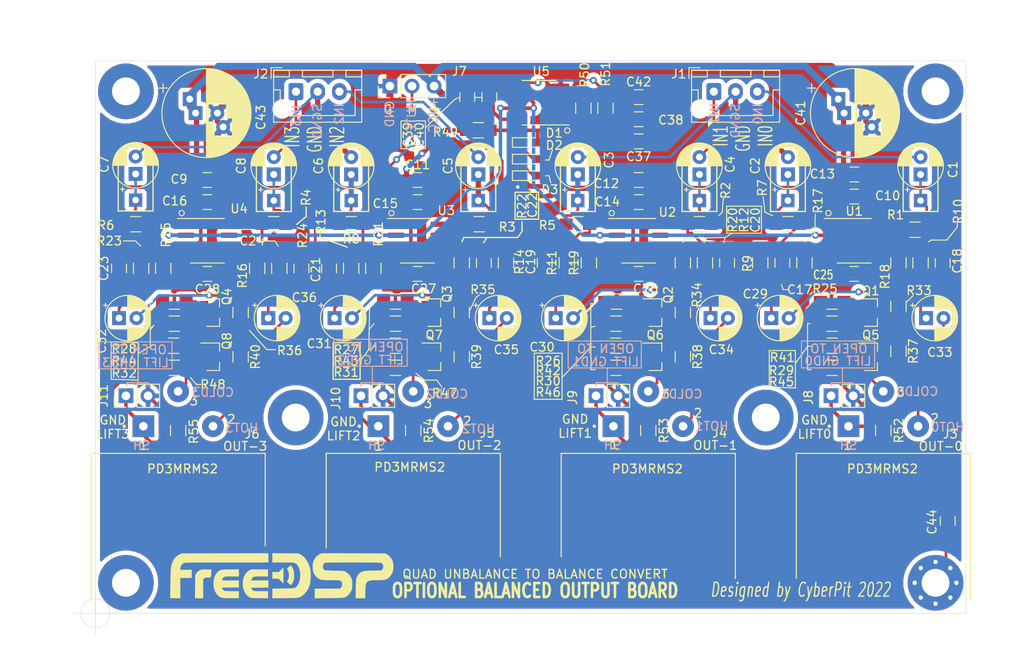
<source format=kicad_pcb>
(kicad_pcb (version 20171130) (host pcbnew "(5.1.9-0-10_14)")
  (layers (0 F.Cu signal) (31 B.Cu signal) (34 B.Paste user) (35 F.Paste user) (36 B.SilkS user) (37 F.SilkS user) (38 B.Mask user) (39 F.Mask user) (44 Edge.Cuts user))
  (net 0 "")
  (net 1 "Net-(C1-Pad1)")
  (net 2 "Net-(C1-Pad2)")
  (net 3 "Net-(C2-Pad1)")
  (net 4 "Net-(C2-Pad2)")
  (net 5 "Net-(C3-Pad1)")
  (net 6 "Net-(C4-Pad1)")
  (net 7 "Net-(C4-Pad2)")
  (net 8 "Net-(C5-Pad1)")
  (net 9 "Net-(C5-Pad2)")
  (net 10 "Net-(C6-Pad1)")
  (net 11 "Net-(C6-Pad2)")
  (net 12 "Net-(C7-Pad1)")
  (net 13 "Net-(C8-Pad1)")
  (net 14 "Net-(C8-Pad2)")
  (net 15 GNDA)
  (net 16 +12V)
  (net 17 "Net-(C17-Pad2)")
  (net 18 "Net-(C17-Pad1)")
  (net 19 "Net-(C18-Pad2)")
  (net 20 "Net-(C18-Pad1)")
  (net 21 "Net-(C19-Pad2)")
  (net 22 "Net-(C19-Pad1)")
  (net 23 "Net-(C20-Pad1)")
  (net 24 "Net-(C20-Pad2)")
  (net 25 "Net-(C21-Pad1)")
  (net 26 "Net-(C21-Pad2)")
  (net 27 "Net-(C22-Pad1)")
  (net 28 "Net-(C22-Pad2)")
  (net 29 "Net-(C23-Pad1)")
  (net 30 "Net-(C23-Pad2)")
  (net 31 "Net-(C24-Pad2)")
  (net 32 "Net-(C24-Pad1)")
  (net 33 "Net-(C29-Pad2)")
  (net 34 "Net-(C30-Pad2)")
  (net 35 "Net-(C31-Pad2)")
  (net 36 "Net-(C32-Pad2)")
  (net 37 "Net-(C33-Pad2)")
  (net 38 "Net-(C34-Pad2)")
  (net 39 "Net-(C35-Pad2)")
  (net 40 "Net-(C36-Pad2)")
  (net 41 "Net-(D1-Pad1)")
  (net 42 "Net-(D2-Pad1)")
  (net 43 /COLD2)
  (net 44 /HOT2)
  (net 45 /HOT3)
  (net 46 /COLD3)
  (net 47 /HOT0)
  (net 48 /COLD0)
  (net 49 /COLD1)
  (net 50 /HOT1)
  (net 51 /MUTE)
  (net 52 "Net-(Q1-Pad1)")
  (net 53 "Net-(Q2-Pad1)")
  (net 54 "Net-(Q3-Pad1)")
  (net 55 "Net-(Q4-Pad1)")
  (net 56 "Net-(Q5-Pad1)")
  (net 57 "Net-(Q6-Pad1)")
  (net 58 "Net-(Q7-Pad1)")
  (net 59 "Net-(Q8-Pad1)")
  (net 60 "Net-(R17-Pad2)")
  (net 61 "Net-(R18-Pad1)")
  (net 62 "Net-(R19-Pad2)")
  (net 63 "Net-(R20-Pad1)")
  (net 64 "Net-(R21-Pad2)")
  (net 65 "Net-(R22-Pad1)")
  (net 66 "Net-(R23-Pad2)")
  (net 67 "Net-(R24-Pad1)")
  (net 68 "Net-(R51-Pad1)")
  (net 69 +5VA)
  (net 70 "Net-(C37-Pad2)")
  (net 71 "Net-(C38-Pad1)")
  (net 72 "Net-(C42-Pad1)")
  (net 73 "Net-(J3-Pad1)")
  (net 74 "Net-(J4-Pad1)")
  (net 75 "Net-(J10-Pad1)")
  (net 76 "Net-(J11-Pad1)")
  (net 77 "Net-(C44-Pad2)")
  (module Myfootprints:SWITCHCRAFT_PD3MRMS2 (layer F.Cu) (at 140.5 128)
    (fp_text reference J3 (at 7.7 0.9) (layer F.SilkS))
    (fp_text value PD3MRMS2)
    (pad 3 thru_hole circle (at 0 -4.01) (size 2.5 2.5) (drill 0.99) (layers *.Cu *.Mask) (net 48 /COLD0))
    (pad 2 thru_hole circle (at 4 0) (size 2.5 2.5) (drill 0.99) (layers *.Cu *.Mask) (net 47 /HOT0))
    (pad 1 thru_hole rect (at -4 0) (size 2.5 2.5) (drill 0.99) (layers *.Cu *.Mask) (net 73 "Net-(J3-Pad1)"))
  )
  (module Myfootprints:SWITCHCRAFT_PD3MRMS2 (layer F.Cu) (at 113.5 128)
    (fp_text reference J4 (at 8.2 0.8) (layer F.SilkS))
    (fp_text value PD3MRMS2)
    (pad 1 thru_hole rect (at -4 0) (size 2.5 2.5) (drill 0.99) (layers *.Cu *.Mask) (net 74 "Net-(J4-Pad1)"))
    (pad 2 thru_hole circle (at 4 0) (size 2.5 2.5) (drill 0.99) (layers *.Cu *.Mask) (net 50 /HOT1))
    (pad 3 thru_hole circle (at 0 -4.01) (size 2.5 2.5) (drill 0.99) (layers *.Cu *.Mask) (net 49 /COLD1))
  )
  (module Myfootprints:SWITCHCRAFT_PD3MRMS2 (layer F.Cu) (at 86.5 128)
    (fp_text reference J5 (at 8.5 0.8) (layer F.SilkS))
    (fp_text value PD3MRMS2)
    (pad 1 thru_hole rect (at -4 0) (size 2.5 2.5) (drill 0.99) (layers *.Cu *.Mask) (net 75 "Net-(J10-Pad1)"))
    (pad 2 thru_hole circle (at 4 0) (size 2.5 2.5) (drill 0.99) (layers *.Cu *.Mask) (net 44 /HOT2))
    (pad 3 thru_hole circle (at 0 -4.01) (size 2.5 2.5) (drill 0.99) (layers *.Cu *.Mask) (net 43 /COLD2))
  )
  (module Myfootprints:SWITCHCRAFT_PD3MRMS2 (layer F.Cu) (at 59.5 128)
    (fp_text reference J6 (at 8.5 0.9) (layer F.SilkS))
    (fp_text value PD3MRMS2 hide)
    (pad 3 thru_hole circle (at 0 -4.01) (size 2.5 2.5) (drill 0.99) (layers *.Cu *.Mask) (net 46 /COLD3))
    (pad 2 thru_hole circle (at 4 0) (size 2.5 2.5) (drill 0.99) (layers *.Cu *.Mask) (net 45 /HOT3))
    (pad 1 thru_hole rect (at -4 0) (size 2.5 2.5) (drill 0.99) (layers *.Cu *.Mask) (net 76 "Net-(J11-Pad1)"))
  )
  (module LogoLibrary:LOGO_FREEDSP_600dpi (layer F.Cu) (at 71.3 145.1)
    (fp_text reference G*** hide)
    (fp_text value LOGO hide)
  )
  (module Myfootprints:CP_Combo_D5.0mm_P2-5mm (layer F.Cu) (at 144.78 99.06 90)
    (fp_text reference C1 (at 0.56 3.72 90) (layer F.SilkS))
    (fp_text value 2.2uF/16)
    (pad 1 thru_hole rect (at 0 0 90) (size 1.6 1.6) (drill 0.8) (layers *.Cu *.Mask) (net 1 "Net-(C1-Pad1)"))
    (pad 2 thru_hole circle (at 2 0 90) (size 1.6 1.6) (drill 0.8) (layers *.Cu *.Mask) (net 2 "Net-(C1-Pad2)"))
    (pad 1 thru_hole rect (at -3 0 90) (size 1.524 1.524) (drill 0.762) (layers *.Cu *.Mask) (net 1 "Net-(C1-Pad1)"))
  )
  (module Myfootprints:CP_Combo_D5.0mm_P2-5mm (layer F.Cu) (at 129.54 99.06 90)
    (fp_text reference C2 (at 1 -3.75 90) (layer F.SilkS))
    (fp_text value 2.2uF/16)
    (pad 1 thru_hole rect (at 0 0 90) (size 1.6 1.6) (drill 0.8) (layers *.Cu *.Mask) (net 3 "Net-(C2-Pad1)"))
    (pad 2 thru_hole circle (at 2 0 90) (size 1.6 1.6) (drill 0.8) (layers *.Cu *.Mask) (net 4 "Net-(C2-Pad2)"))
    (pad 1 thru_hole rect (at -3 0 90) (size 1.524 1.524) (drill 0.762) (layers *.Cu *.Mask) (net 3 "Net-(C2-Pad1)"))
  )
  (module Myfootprints:CP_Combo_D5.0mm_P2-5mm (layer F.Cu) (at 105.41 99.06 90)
    (fp_text reference C3 (at 1.66 3.59 90) (layer F.SilkS))
    (fp_text value 2.2uF/16)
    (pad 1 thru_hole rect (at -3 0 90) (size 1.524 1.524) (drill 0.762) (layers *.Cu *.Mask) (net 5 "Net-(C3-Pad1)"))
    (pad 2 thru_hole circle (at 2 0 90) (size 1.6 1.6) (drill 0.8) (layers *.Cu *.Mask) (net 4 "Net-(C2-Pad2)"))
    (pad 1 thru_hole rect (at 0 0 90) (size 1.6 1.6) (drill 0.8) (layers *.Cu *.Mask) (net 5 "Net-(C3-Pad1)"))
  )
  (module Myfootprints:CP_Combo_D5.0mm_P2-5mm (layer F.Cu) (at 119.38 99.06 90)
    (fp_text reference C4 (at 1.16 3.52 90) (layer F.SilkS))
    (fp_text value 2.2uF/16)
    (pad 1 thru_hole rect (at 0 0 90) (size 1.6 1.6) (drill 0.8) (layers *.Cu *.Mask) (net 6 "Net-(C4-Pad1)"))
    (pad 2 thru_hole circle (at 2 0 90) (size 1.6 1.6) (drill 0.8) (layers *.Cu *.Mask) (net 7 "Net-(C4-Pad2)"))
    (pad 1 thru_hole rect (at -3 0 90) (size 1.524 1.524) (drill 0.762) (layers *.Cu *.Mask) (net 6 "Net-(C4-Pad1)"))
  )
  (module Myfootprints:CP_Combo_D5.0mm_P2-5mm (layer F.Cu) (at 93.98 99.06 90)
    (fp_text reference C5 (at 1 -3.48 90) (layer F.SilkS))
    (fp_text value 2.2uF/16)
    (pad 1 thru_hole rect (at -3 0 90) (size 1.524 1.524) (drill 0.762) (layers *.Cu *.Mask) (net 8 "Net-(C5-Pad1)"))
    (pad 2 thru_hole circle (at 2 0 90) (size 1.6 1.6) (drill 0.8) (layers *.Cu *.Mask) (net 9 "Net-(C5-Pad2)"))
    (pad 1 thru_hole rect (at 0 0 90) (size 1.6 1.6) (drill 0.8) (layers *.Cu *.Mask) (net 8 "Net-(C5-Pad1)"))
  )
  (module Myfootprints:CP_Combo_D5.0mm_P2-5mm (layer F.Cu) (at 79.375 99.06 90)
    (fp_text reference C6 (at 1 -3.75 90) (layer F.SilkS))
    (fp_text value 2.2uF/16)
    (pad 1 thru_hole rect (at -3 0 90) (size 1.524 1.524) (drill 0.762) (layers *.Cu *.Mask) (net 10 "Net-(C6-Pad1)"))
    (pad 2 thru_hole circle (at 2 0 90) (size 1.6 1.6) (drill 0.8) (layers *.Cu *.Mask) (net 11 "Net-(C6-Pad2)"))
    (pad 1 thru_hole rect (at 0 0 90) (size 1.6 1.6) (drill 0.8) (layers *.Cu *.Mask) (net 10 "Net-(C6-Pad1)"))
  )
  (module Myfootprints:CP_Combo_D5.0mm_P2-5mm (layer F.Cu) (at 54.61 99 90)
    (fp_text reference C7 (at 1.1 -3.61 90) (layer F.SilkS))
    (fp_text value 2.2uF/16)
    (pad 1 thru_hole rect (at 0 0 90) (size 1.6 1.6) (drill 0.8) (layers *.Cu *.Mask) (net 12 "Net-(C7-Pad1)"))
    (pad 2 thru_hole circle (at 2 0 90) (size 1.6 1.6) (drill 0.8) (layers *.Cu *.Mask) (net 11 "Net-(C6-Pad2)"))
    (pad 1 thru_hole rect (at -3 0 90) (size 1.524 1.524) (drill 0.762) (layers *.Cu *.Mask) (net 12 "Net-(C7-Pad1)"))
  )
  (module Myfootprints:CP_Combo_D5.0mm_P2-5mm (layer F.Cu) (at 70.485 99.06 90)
    (fp_text reference C8 (at 1 -3.75 90) (layer F.SilkS))
    (fp_text value 2.2uF/16)
    (pad 1 thru_hole rect (at -3 0 90) (size 1.524 1.524) (drill 0.762) (layers *.Cu *.Mask) (net 13 "Net-(C8-Pad1)"))
    (pad 2 thru_hole circle (at 2 0 90) (size 1.6 1.6) (drill 0.8) (layers *.Cu *.Mask) (net 14 "Net-(C8-Pad2)"))
    (pad 1 thru_hole rect (at 0 0 90) (size 1.6 1.6) (drill 0.8) (layers *.Cu *.Mask) (net 13 "Net-(C8-Pad1)"))
  )
  (module Capacitors_SMD:C_0805_HandSoldering (layer F.Cu) (at 62.865 99.695)
    (fp_text reference C9 (at -3.265 -0.095) (layer F.SilkS))
    (fp_text value 10u/25V)
    (pad 2 smd rect (at 1.25 0) (size 1.5 1.25) (layers F.Cu F.Paste F.Mask) (net 15 GNDA))
    (pad 1 smd rect (at -1.25 0) (size 1.5 1.25) (layers F.Cu F.Paste F.Mask) (net 16 +12V))
  )
  (module Capacitors_SMD:C_0805_HandSoldering (layer F.Cu) (at 137.16 101.6)
    (fp_text reference C10 (at 3.84 -0.1) (layer F.SilkS))
    (fp_text value 10u/25V)
    (pad 2 smd rect (at 1.25 0) (size 1.5 1.25) (layers F.Cu F.Paste F.Mask) (net 15 GNDA))
    (pad 1 smd rect (at -1.25 0) (size 1.5 1.25) (layers F.Cu F.Paste F.Mask) (net 16 +12V))
  )
  (module Capacitors_SMD:C_0805_HandSoldering (layer F.Cu) (at 86.995 99.695)
    (fp_text reference C11 (at 0 -1.75) (layer F.SilkS))
    (fp_text value 10u/25V)
    (pad 1 smd rect (at -1.25 0) (size 1.5 1.25) (layers F.Cu F.Paste F.Mask) (net 16 +12V))
    (pad 2 smd rect (at 1.25 0) (size 1.5 1.25) (layers F.Cu F.Paste F.Mask) (net 15 GNDA))
  )
  (module Capacitors_SMD:C_0805_HandSoldering (layer F.Cu) (at 112.395 99.695)
    (fp_text reference C12 (at -3.695 0.405) (layer F.SilkS))
    (fp_text value 10u/25V)
    (pad 2 smd rect (at 1.25 0) (size 1.5 1.25) (layers F.Cu F.Paste F.Mask) (net 15 GNDA))
    (pad 1 smd rect (at -1.25 0) (size 1.5 1.25) (layers F.Cu F.Paste F.Mask) (net 16 +12V))
  )
  (module Capacitors_SMD:C_0805_HandSoldering (layer F.Cu) (at 137.18 99.06 180)
    (fp_text reference C13 (at 3.68 0.06) (layer F.SilkS))
    (fp_text value 100n)
    (pad 1 smd rect (at -1.25 0 180) (size 1.5 1.25) (layers F.Cu F.Paste F.Mask) (net 15 GNDA))
    (pad 2 smd rect (at 1.25 0 180) (size 1.5 1.25) (layers F.Cu F.Paste F.Mask) (net 16 +12V))
  )
  (module Capacitors_SMD:C_0805_HandSoldering (layer F.Cu) (at 112.395 102.235 180)
    (fp_text reference C14 (at 3.595 0.035) (layer F.SilkS))
    (fp_text value 100n)
    (pad 2 smd rect (at 1.25 0 180) (size 1.5 1.25) (layers F.Cu F.Paste F.Mask) (net 16 +12V))
    (pad 1 smd rect (at -1.25 0 180) (size 1.5 1.25) (layers F.Cu F.Paste F.Mask) (net 15 GNDA))
  )
  (module Capacitors_SMD:C_0805_HandSoldering (layer F.Cu) (at 86.995 102.235 180)
    (fp_text reference C15 (at 3.695 -0.165) (layer F.SilkS))
    (fp_text value 100n)
    (pad 2 smd rect (at 1.25 0 180) (size 1.5 1.25) (layers F.Cu F.Paste F.Mask) (net 16 +12V))
    (pad 1 smd rect (at -1.25 0 180) (size 1.5 1.25) (layers F.Cu F.Paste F.Mask) (net 15 GNDA))
  )
  (module Capacitors_SMD:C_0805_HandSoldering (layer F.Cu) (at 62.865 102.235 180)
    (fp_text reference C16 (at 3.765 0.135) (layer F.SilkS))
    (fp_text value 100n)
    (pad 2 smd rect (at 1.25 0 180) (size 1.5 1.25) (layers F.Cu F.Paste F.Mask) (net 16 +12V))
    (pad 1 smd rect (at -1.25 0 180) (size 1.5 1.25) (layers F.Cu F.Paste F.Mask) (net 15 GNDA))
  )
  (module Capacitors_SMD:C_0805_HandSoldering (layer F.Cu) (at 128.905 109.22 90)
    (fp_text reference C17 (at -3.08 1.995 180) (layer F.SilkS))
    (fp_text value 100pF)
    (pad 2 smd rect (at 1.25 0 90) (size 1.5 1.25) (layers F.Cu F.Paste F.Mask) (net 17 "Net-(C17-Pad2)"))
    (pad 1 smd rect (at -1.25 0 90) (size 1.5 1.25) (layers F.Cu F.Paste F.Mask) (net 18 "Net-(C17-Pad1)"))
  )
  (module Capacitors_SMD:C_0805_HandSoldering (layer F.Cu) (at 147.32 109.24 90)
    (fp_text reference C18 (at 0.24 1.68 90) (layer F.SilkS))
    (fp_text value 100pF)
    (pad 2 smd rect (at 1.25 0 90) (size 1.5 1.25) (layers F.Cu F.Paste F.Mask) (net 19 "Net-(C18-Pad2)"))
    (pad 1 smd rect (at -1.25 0 90) (size 1.5 1.25) (layers F.Cu F.Paste F.Mask) (net 20 "Net-(C18-Pad1)"))
  )
  (module Capacitors_SMD:C_0805_HandSoldering (layer F.Cu) (at 101.6 109.22 90)
    (fp_text reference C19 (at 0.12 -1.6 90) (layer F.SilkS))
    (fp_text value 100pF)
    (pad 2 smd rect (at 1.25 0 90) (size 1.5 1.25) (layers F.Cu F.Paste F.Mask) (net 21 "Net-(C19-Pad2)"))
    (pad 1 smd rect (at -1.25 0 90) (size 1.5 1.25) (layers F.Cu F.Paste F.Mask) (net 22 "Net-(C19-Pad1)"))
  )
  (module Capacitors_SMD:C_0805_HandSoldering (layer F.Cu) (at 122.555 109.22 90)
    (fp_text reference C20 (at 4.92 3.245 90) (layer F.SilkS))
    (fp_text value 100pF)
    (pad 1 smd rect (at -1.25 0 90) (size 1.5 1.25) (layers F.Cu F.Paste F.Mask) (net 23 "Net-(C20-Pad1)"))
    (pad 2 smd rect (at 1.25 0 90) (size 1.5 1.25) (layers F.Cu F.Paste F.Mask) (net 24 "Net-(C20-Pad2)"))
  )
  (module Capacitors_SMD:C_0805_HandSoldering (layer F.Cu) (at 76.835 109.855 90)
    (fp_text reference C21 (at -0.145 -1.535 90) (layer F.SilkS))
    (fp_text value 100pF)
    (pad 1 smd rect (at -1.25 0 90) (size 1.5 1.25) (layers F.Cu F.Paste F.Mask) (net 25 "Net-(C21-Pad1)"))
    (pad 2 smd rect (at 1.25 0 90) (size 1.5 1.25) (layers F.Cu F.Paste F.Mask) (net 26 "Net-(C21-Pad2)"))
  )
  (module Capacitors_SMD:C_0805_HandSoldering (layer F.Cu) (at 94.615 109.22 90)
    (fp_text reference C22 (at 6.62 5.585 90) (layer F.SilkS))
    (fp_text value 100pF)
    (pad 1 smd rect (at -1.25 0 90) (size 1.5 1.25) (layers F.Cu F.Paste F.Mask) (net 27 "Net-(C22-Pad1)"))
    (pad 2 smd rect (at 1.25 0 90) (size 1.5 1.25) (layers F.Cu F.Paste F.Mask) (net 28 "Net-(C22-Pad2)"))
  )
  (module Capacitors_SMD:C_0805_HandSoldering (layer F.Cu) (at 52.705 109.855 90)
    (fp_text reference C23 (at 0 -1.75 90) (layer F.SilkS))
    (fp_text value 100pF)
    (pad 1 smd rect (at -1.25 0 90) (size 1.5 1.25) (layers F.Cu F.Paste F.Mask) (net 29 "Net-(C23-Pad1)"))
    (pad 2 smd rect (at 1.25 0 90) (size 1.5 1.25) (layers F.Cu F.Paste F.Mask) (net 30 "Net-(C23-Pad2)"))
  )
  (module Capacitors_SMD:C_0805_HandSoldering (layer F.Cu) (at 73.66 109.855 90)
    (fp_text reference C24 (at 3.155 -5.66 180) (layer F.SilkS))
    (fp_text value 100pF)
    (pad 2 smd rect (at 1.25 0 90) (size 1.5 1.25) (layers F.Cu F.Paste F.Mask) (net 31 "Net-(C24-Pad2)"))
    (pad 1 smd rect (at -1.25 0 90) (size 1.5 1.25) (layers F.Cu F.Paste F.Mask) (net 32 "Net-(C24-Pad1)"))
  )
  (module Capacitors_SMD:C_0805_HandSoldering (layer F.Cu) (at 137.16 110.49 180)
    (fp_text reference C25 (at 3.56 -0.11) (layer F.SilkS) (effects (font (size 1 0.8))))
    (fp_text value 100pF)
    (pad 1 smd rect (at -1.25 0 180) (size 1.5 1.25) (layers F.Cu F.Paste F.Mask) (net 20 "Net-(C18-Pad1)"))
    (pad 2 smd rect (at 1.25 0 180) (size 1.5 1.25) (layers F.Cu F.Paste F.Mask) (net 18 "Net-(C17-Pad1)"))
  )
  (module Capacitors_SMD:C_0805_HandSoldering (layer F.Cu) (at 112.395 110.49 180)
    (fp_text reference C26 (at -0.805 -1.71) (layer F.SilkS))
    (fp_text value 100pF)
    (pad 1 smd rect (at -1.25 0 180) (size 1.5 1.25) (layers F.Cu F.Paste F.Mask) (net 23 "Net-(C20-Pad1)"))
    (pad 2 smd rect (at 1.25 0 180) (size 1.5 1.25) (layers F.Cu F.Paste F.Mask) (net 22 "Net-(C19-Pad1)"))
  )
  (module Capacitors_SMD:C_0805_HandSoldering (layer F.Cu) (at 86.995 110.49 180)
    (fp_text reference C27 (at -0.705 -1.71) (layer F.SilkS))
    (fp_text value 100pF)
    (pad 1 smd rect (at -1.25 0 180) (size 1.5 1.25) (layers F.Cu F.Paste F.Mask) (net 27 "Net-(C22-Pad1)"))
    (pad 2 smd rect (at 1.25 0 180) (size 1.5 1.25) (layers F.Cu F.Paste F.Mask) (net 25 "Net-(C21-Pad1)"))
  )
  (module Capacitors_SMD:C_0805_HandSoldering (layer F.Cu) (at 62.865 110.49 180)
    (fp_text reference C28 (at 0 -1.75) (layer F.SilkS))
    (fp_text value 100pF)
    (pad 1 smd rect (at -1.25 0 180) (size 1.5 1.25) (layers F.Cu F.Paste F.Mask) (net 32 "Net-(C24-Pad1)"))
    (pad 2 smd rect (at 1.25 0 180) (size 1.5 1.25) (layers F.Cu F.Paste F.Mask) (net 29 "Net-(C23-Pad1)"))
  )
  (module Capacitor_THT:CP_Radial_D5.0mm_P2.00mm (layer F.Cu) (at 127.635 115.57)
    (fp_text reference C29 (at -1.835 -2.77) (layer F.SilkS))
    (fp_text value 10u/16V)
    (pad 2 thru_hole circle (at 2 0) (size 1.6 1.6) (drill 0.8) (layers *.Cu *.Mask) (net 33 "Net-(C29-Pad2)"))
    (pad 1 thru_hole rect (at 0 0) (size 1.6 1.6) (drill 0.8) (layers *.Cu *.Mask) (net 18 "Net-(C17-Pad1)"))
  )
  (module Capacitor_THT:CP_Radial_D5.0mm_P2.00mm (layer F.Cu) (at 102.87 115.57)
    (fp_text reference C30 (at -1.57 3.33) (layer F.SilkS))
    (fp_text value 10u/16V)
    (pad 1 thru_hole rect (at 0 0) (size 1.6 1.6) (drill 0.8) (layers *.Cu *.Mask) (net 22 "Net-(C19-Pad1)"))
    (pad 2 thru_hole circle (at 2 0) (size 1.6 1.6) (drill 0.8) (layers *.Cu *.Mask) (net 34 "Net-(C30-Pad2)"))
  )
  (module Capacitor_THT:CP_Radial_D5.0mm_P2.00mm (layer F.Cu) (at 77.47 115.57)
    (fp_text reference C31 (at -1.77 2.93) (layer F.SilkS))
    (fp_text value 10u/16V)
    (pad 1 thru_hole rect (at 0 0) (size 1.6 1.6) (drill 0.8) (layers *.Cu *.Mask) (net 25 "Net-(C21-Pad1)"))
    (pad 2 thru_hole circle (at 2 0) (size 1.6 1.6) (drill 0.8) (layers *.Cu *.Mask) (net 35 "Net-(C31-Pad2)"))
  )
  (module Capacitor_THT:CP_Radial_D5.0mm_P2.00mm (layer F.Cu) (at 52.705 115.57)
    (fp_text reference C32 (at -2.005 2.63 90) (layer F.SilkS))
    (fp_text value 10u/16V)
    (pad 1 thru_hole rect (at 0 0) (size 1.6 1.6) (drill 0.8) (layers *.Cu *.Mask) (net 29 "Net-(C23-Pad1)"))
    (pad 2 thru_hole circle (at 2 0) (size 1.6 1.6) (drill 0.8) (layers *.Cu *.Mask) (net 36 "Net-(C32-Pad2)"))
  )
  (module Capacitor_THT:CP_Radial_D5.0mm_P2.00mm (layer F.Cu) (at 145.415 115.57)
    (fp_text reference C33 (at 1.585 3.93) (layer F.SilkS))
    (fp_text value 10u/16V)
    (pad 1 thru_hole rect (at 0 0) (size 1.6 1.6) (drill 0.8) (layers *.Cu *.Mask) (net 20 "Net-(C18-Pad1)"))
    (pad 2 thru_hole circle (at 2 0) (size 1.6 1.6) (drill 0.8) (layers *.Cu *.Mask) (net 37 "Net-(C33-Pad2)"))
  )
  (module Capacitor_THT:CP_Radial_D5.0mm_P2.00mm (layer F.Cu) (at 120.65 115.57)
    (fp_text reference C34 (at 1.25 3.63) (layer F.SilkS))
    (fp_text value 10u/16V)
    (pad 2 thru_hole circle (at 2 0) (size 1.6 1.6) (drill 0.8) (layers *.Cu *.Mask) (net 38 "Net-(C34-Pad2)"))
    (pad 1 thru_hole rect (at 0 0) (size 1.6 1.6) (drill 0.8) (layers *.Cu *.Mask) (net 23 "Net-(C20-Pad1)"))
  )
  (module Capacitor_THT:CP_Radial_D5.0mm_P2.00mm (layer F.Cu) (at 95.25 115.57)
    (fp_text reference C35 (at 1.95 3.63) (layer F.SilkS))
    (fp_text value 10u/16V)
    (pad 2 thru_hole circle (at 2 0) (size 1.6 1.6) (drill 0.8) (layers *.Cu *.Mask) (net 39 "Net-(C35-Pad2)"))
    (pad 1 thru_hole rect (at 0 0) (size 1.6 1.6) (drill 0.8) (layers *.Cu *.Mask) (net 27 "Net-(C22-Pad1)"))
  )
  (module Capacitor_THT:CP_Radial_D5.0mm_P2.00mm (layer F.Cu) (at 69.85 115.57)
    (fp_text reference C36 (at 4.15 -2.37 180) (layer F.SilkS))
    (fp_text value 10u/16V)
    (pad 2 thru_hole circle (at 2 0) (size 1.6 1.6) (drill 0.8) (layers *.Cu *.Mask) (net 40 "Net-(C36-Pad2)"))
    (pad 1 thru_hole rect (at 0 0) (size 1.6 1.6) (drill 0.8) (layers *.Cu *.Mask) (net 32 "Net-(C24-Pad1)"))
  )
  (module Capacitors_SMD:C_0805_HandSoldering (layer F.Cu) (at 112.395 92.71)
    (fp_text reference C38 (at 3.705 0.09) (layer F.SilkS))
    (fp_text value 1uF)
    (pad 2 smd rect (at 1.25 0) (size 1.5 1.25) (layers F.Cu F.Paste F.Mask) (net 15 GNDA))
    (pad 1 smd rect (at -1.25 0) (size 1.5 1.25) (layers F.Cu F.Paste F.Mask) (net 71 "Net-(C38-Pad1)"))
  )
  (module Capacitors_SMD:C_0805_HandSoldering (layer F.Cu) (at 92.71 90.17 90)
    (fp_text reference C39 (at -4.33 -6.81 90) (layer F.SilkS))
    (fp_text value 10u/25V)
    (pad 2 smd rect (at 1.25 0 90) (size 1.5 1.25) (layers F.Cu F.Paste F.Mask) (net 15 GNDA))
    (pad 1 smd rect (at -1.25 0 90) (size 1.5 1.25) (layers F.Cu F.Paste F.Mask) (net 16 +12V))
  )
  (module Capacitors_SMD:C_0805_HandSoldering (layer F.Cu) (at 95.25 90.17 90)
    (fp_text reference C40 (at -4.33 -8.05 90) (layer F.SilkS))
    (fp_text value 0.1uF)
    (pad 1 smd rect (at -1.25 0 90) (size 1.5 1.25) (layers F.Cu F.Paste F.Mask) (net 16 +12V))
    (pad 2 smd rect (at 1.25 0 90) (size 1.5 1.25) (layers F.Cu F.Paste F.Mask) (net 15 GNDA))
  )
  (module Capacitor_THT:CP_Radial_D10.0mm_P2.50mm_P5.00mm (layer F.Cu) (at 136 92)
    (fp_text reference C41 (at -5 0 90) (layer F.SilkS))
    (fp_text value 330uF/16V)
    (pad 1 thru_hole rect (at 0 0) (size 1.6 1.6) (drill 0.8) (layers *.Cu *.Mask) (net 16 +12V))
    (pad 2 thru_hole circle (at 2.5 0) (size 1.6 1.6) (drill 0.8) (layers *.Cu *.Mask) (net 15 GNDA))
    (pad 1 thru_hole rect (at -0.670937 -1.6) (size 1.6 1.6) (drill 0.8) (layers *.Cu *.Mask) (net 16 +12V))
    (pad 2 thru_hole circle (at 3.170937 1.6) (size 1.6 1.6) (drill 0.8) (layers *.Cu *.Mask) (net 15 GNDA))
  )
  (module Capacitors_SMD:C_0805_HandSoldering (layer F.Cu) (at 112.395 90.17)
    (fp_text reference C42 (at 0 -1.75) (layer F.SilkS))
    (fp_text value 10uF)
    (pad 2 smd rect (at 1.25 0) (size 1.5 1.25) (layers F.Cu F.Paste F.Mask) (net 15 GNDA))
    (pad 1 smd rect (at -1.25 0) (size 1.5 1.25) (layers F.Cu F.Paste F.Mask) (net 72 "Net-(C42-Pad1)"))
  )
  (module Capacitor_THT:CP_Radial_D10.0mm_P2.50mm_P5.00mm (layer F.Cu) (at 61.5 92)
    (fp_text reference C43 (at 7.5 0.5 90) (layer F.SilkS))
    (fp_text value 330uF/16V)
    (pad 2 thru_hole circle (at 3.170937 1.6) (size 1.6 1.6) (drill 0.8) (layers *.Cu *.Mask) (net 15 GNDA))
    (pad 1 thru_hole rect (at -0.670937 -1.6) (size 1.6 1.6) (drill 0.8) (layers *.Cu *.Mask) (net 16 +12V))
    (pad 2 thru_hole circle (at 2.5 0) (size 1.6 1.6) (drill 0.8) (layers *.Cu *.Mask) (net 15 GNDA))
    (pad 1 thru_hole rect (at 0 0) (size 1.6 1.6) (drill 0.8) (layers *.Cu *.Mask) (net 16 +12V))
  )
  (module Capacitors_SMD:C_0805_HandSoldering (layer F.Cu) (at 112.395 95.25 180)
    (fp_text reference C37 (at 0 -1.75) (layer F.SilkS))
    (fp_text value 0.1uF)
    (pad 1 smd rect (at -1.25 0 180) (size 1.5 1.25) (layers F.Cu F.Paste F.Mask) (net 15 GNDA))
    (pad 2 smd rect (at 1.25 0 180) (size 1.5 1.25) (layers F.Cu F.Paste F.Mask) (net 70 "Net-(C37-Pad2)"))
  )
  (module LEDs:LED_0603_HandSoldering (layer F.Cu) (at 99.695 95.385)
    (fp_text reference D1 (at 3.005 -1.085) (layer F.SilkS))
    (fp_text value LED_GRN)
    (pad 2 smd rect (at 1.1 0) (size 1.2 0.9) (layers F.Cu F.Paste F.Mask) (net 70 "Net-(C37-Pad2)"))
    (pad 1 smd rect (at -1.1 0) (size 1.2 0.9) (layers F.Cu F.Paste F.Mask) (net 41 "Net-(D1-Pad1)"))
  )
  (module LEDs:LED_0603_HandSoldering (layer F.Cu) (at 99.695 97.29)
    (fp_text reference D2 (at 3.005 -1.59) (layer F.SilkS))
    (fp_text value LED_GRN)
    (pad 2 smd rect (at 1.1 0) (size 1.2 0.9) (layers F.Cu F.Paste F.Mask) (net 41 "Net-(D1-Pad1)"))
    (pad 1 smd rect (at -1.1 0) (size 1.2 0.9) (layers F.Cu F.Paste F.Mask) (net 42 "Net-(D2-Pad1)"))
  )
  (module LEDs:LED_0603_HandSoldering (layer F.Cu) (at 99.695 99.195)
    (fp_text reference D3 (at 2.505 1.605) (layer F.SilkS))
    (fp_text value LED_GRN)
    (pad 1 smd rect (at -1.1 0) (size 1.2 0.9) (layers F.Cu F.Paste F.Mask) (net 15 GNDA))
    (pad 2 smd rect (at 1.1 0) (size 1.2 0.9) (layers F.Cu F.Paste F.Mask) (net 42 "Net-(D2-Pad1)"))
  )
  (module Mounting_Holes:MountingHole_3.2mm_M3_Pad (layer F.Cu) (at 127 127)
    (fp_text reference H1 hide)
    (fp_text value MountingHole)
    (pad 1 thru_hole circle (at 0 0) (size 6.4 6.4) (drill 3.2) (layers *.Cu *.Mask))
  )
  (module Mounting_Holes:MountingHole_3.2mm_M3_Pad (layer F.Cu) (at 53.5 89.5)
    (fp_text reference H2 hide)
    (fp_text value MountingHole)
    (pad 1 thru_hole circle (at 0 0) (size 6.4 6.4) (drill 3.2) (layers *.Cu *.Mask))
  )
  (module Mounting_Holes:MountingHole_3.2mm_M3_Pad (layer F.Cu) (at 146.5 89.5)
    (fp_text reference H3 hide)
    (fp_text value MountingHole)
    (pad 1 thru_hole circle (at 0 0) (size 6.4 6.4) (drill 3.2) (layers *.Cu *.Mask))
  )
  (module Connector_JST:JST_XH_B3B-XH-AM_1x03_P2.50mm_Vertical (layer F.Cu) (at 121.031 89.535)
    (fp_text reference J1 (at -4.031 -2.035) (layer F.SilkS))
    (fp_text value B3B-EH)
    (pad "" np_thru_hole circle (at -1.6 2) (size 1.2 1.2) (drill 1.2) (layers *.Cu *.Mask))
    (pad 3 thru_hole oval (at 5 0) (size 1.7 1.95) (drill 0.95) (layers *.Cu *.Mask) (net 2 "Net-(C1-Pad2)"))
    (pad 2 thru_hole oval (at 2.5 0) (size 1.7 1.95) (drill 0.95) (layers *.Cu *.Mask) (net 4 "Net-(C2-Pad2)"))
    (pad 1 thru_hole roundrect (at 0 0) (size 1.7 1.95) (drill 0.95) (layers *.Cu *.Mask) (roundrect_rratio 0.147059) (net 7 "Net-(C4-Pad2)"))
  )
  (module Connector_JST:JST_XH_B3B-XH-AM_1x03_P2.50mm_Vertical (layer F.Cu) (at 73.025 89.535)
    (fp_text reference J2 (at -4.025 -2.035) (layer F.SilkS))
    (fp_text value B3B-EH)
    (pad 1 thru_hole roundrect (at 0 0) (size 1.7 1.95) (drill 0.95) (layers *.Cu *.Mask) (roundrect_rratio 0.147059) (net 14 "Net-(C8-Pad2)"))
    (pad 2 thru_hole oval (at 2.5 0) (size 1.7 1.95) (drill 0.95) (layers *.Cu *.Mask) (net 11 "Net-(C6-Pad2)"))
    (pad 3 thru_hole oval (at 5 0) (size 1.7 1.95) (drill 0.95) (layers *.Cu *.Mask) (net 9 "Net-(C5-Pad2)"))
    (pad "" np_thru_hole circle (at -1.6 2) (size 1.2 1.2) (drill 1.2) (layers *.Cu *.Mask))
  )
  (module Connector_PinHeader_2.54mm:PinHeader_1x03_P2.54mm_Vertical (layer F.Cu) (at 83.82 88.9 90)
    (fp_text reference J7 (at 1.7 7.98 180) (layer F.SilkS))
    (fp_text value Conn_01x03)
    (pad 1 thru_hole rect (at 0 0 90) (size 1.7 1.7) (drill 1) (layers *.Cu *.Mask) (net 15 GNDA))
    (pad 2 thru_hole oval (at 0 2.54 90) (size 1.7 1.7) (drill 1) (layers *.Cu *.Mask) (net 51 /MUTE))
    (pad 3 thru_hole oval (at 0 5.08 90) (size 1.7 1.7) (drill 1) (layers *.Cu *.Mask) (net 16 +12V))
  )
  (module Mounting_Holes:MountingHole_3.2mm_M3_Pad_Via (layer F.Cu) (at 146.5 146)
    (fp_text reference MH1 hide)
    (fp_text value MountingHole_Pad)
    (pad 1 thru_hole circle (at 1.697056 -1.697056) (size 0.8 0.8) (drill 0.5) (layers *.Cu *.Mask) (net 77 "Net-(C44-Pad2)"))
    (pad 1 thru_hole circle (at 0 -2.4) (size 0.8 0.8) (drill 0.5) (layers *.Cu *.Mask) (net 77 "Net-(C44-Pad2)"))
    (pad 1 thru_hole circle (at -1.697056 -1.697056) (size 0.8 0.8) (drill 0.5) (layers *.Cu *.Mask) (net 77 "Net-(C44-Pad2)"))
    (pad 1 thru_hole circle (at -2.4 0) (size 0.8 0.8) (drill 0.5) (layers *.Cu *.Mask) (net 77 "Net-(C44-Pad2)"))
    (pad 1 thru_hole circle (at -1.697056 1.697056) (size 0.8 0.8) (drill 0.5) (layers *.Cu *.Mask) (net 77 "Net-(C44-Pad2)"))
    (pad 1 thru_hole circle (at 0 2.4) (size 0.8 0.8) (drill 0.5) (layers *.Cu *.Mask) (net 77 "Net-(C44-Pad2)"))
    (pad 1 thru_hole circle (at 1.697056 1.697056) (size 0.8 0.8) (drill 0.5) (layers *.Cu *.Mask) (net 77 "Net-(C44-Pad2)"))
    (pad 1 thru_hole circle (at 2.4 0) (size 0.8 0.8) (drill 0.5) (layers *.Cu *.Mask) (net 77 "Net-(C44-Pad2)"))
    (pad 1 thru_hole circle (at 0 0) (size 6.4 6.4) (drill 3.2) (layers *.Cu *.Mask) (net 77 "Net-(C44-Pad2)"))
  )
  (module TO_SOT_Packages_SMD:SOT-23 (layer F.Cu) (at 139.065 114.935)
    (fp_text reference Q1 (at 0 -2.5) (layer F.SilkS))
    (fp_text value 2SC3326)
    (pad 3 smd rect (at 1 0) (size 0.9 0.8) (layers F.Cu F.Paste F.Mask) (net 15 GNDA))
    (pad 2 smd rect (at -1 0.95) (size 0.9 0.8) (layers F.Cu F.Paste F.Mask) (net 47 /HOT0))
    (pad 1 smd rect (at -1 -0.95) (size 0.9 0.8) (layers F.Cu F.Paste F.Mask) (net 52 "Net-(Q1-Pad1)"))
  )
  (module TO_SOT_Packages_SMD:SOT-23 (layer F.Cu) (at 114.3 114.935)
    (fp_text reference Q2 (at 1.5 -2.035 90) (layer F.SilkS))
    (fp_text value 2SC3326)
    (pad 3 smd rect (at 1 0) (size 0.9 0.8) (layers F.Cu F.Paste F.Mask) (net 15 GNDA))
    (pad 2 smd rect (at -1 0.95) (size 0.9 0.8) (layers F.Cu F.Paste F.Mask) (net 50 /HOT1))
    (pad 1 smd rect (at -1 -0.95) (size 0.9 0.8) (layers F.Cu F.Paste F.Mask) (net 53 "Net-(Q2-Pad1)"))
  )
  (module TO_SOT_Packages_SMD:SOT-23 (layer F.Cu) (at 88.9 114.935)
    (fp_text reference Q3 (at 1.5 -2.135 90) (layer F.SilkS))
    (fp_text value 2SC3326)
    (pad 3 smd rect (at 1 0) (size 0.9 0.8) (layers F.Cu F.Paste F.Mask) (net 15 GNDA))
    (pad 2 smd rect (at -1 0.95) (size 0.9 0.8) (layers F.Cu F.Paste F.Mask) (net 44 /HOT2))
    (pad 1 smd rect (at -1 -0.95) (size 0.9 0.8) (layers F.Cu F.Paste F.Mask) (net 54 "Net-(Q3-Pad1)"))
  )
  (module TO_SOT_Packages_SMD:SOT-23 (layer F.Cu) (at 63.5 114.935)
    (fp_text reference Q4 (at 1.6 -1.835 90) (layer F.SilkS))
    (fp_text value 2SC3326)
    (pad 1 smd rect (at -1 -0.95) (size 0.9 0.8) (layers F.Cu F.Paste F.Mask) (net 55 "Net-(Q4-Pad1)"))
    (pad 2 smd rect (at -1 0.95) (size 0.9 0.8) (layers F.Cu F.Paste F.Mask) (net 45 /HOT3))
    (pad 3 smd rect (at 1 0) (size 0.9 0.8) (layers F.Cu F.Paste F.Mask) (net 15 GNDA))
  )
  (module TO_SOT_Packages_SMD:SOT-23 (layer F.Cu) (at 139.065 120.015)
    (fp_text reference Q5 (at 0 -2.5) (layer F.SilkS))
    (fp_text value 2SC3326)
    (pad 1 smd rect (at -1 -0.95) (size 0.9 0.8) (layers F.Cu F.Paste F.Mask) (net 56 "Net-(Q5-Pad1)"))
    (pad 2 smd rect (at -1 0.95) (size 0.9 0.8) (layers F.Cu F.Paste F.Mask) (net 48 /COLD0))
    (pad 3 smd rect (at 1 0) (size 0.9 0.8) (layers F.Cu F.Paste F.Mask) (net 15 GNDA))
  )
  (module TO_SOT_Packages_SMD:SOT-23 (layer F.Cu) (at 114.3 120.015)
    (fp_text reference Q6 (at 0 -2.5) (layer F.SilkS))
    (fp_text value 2SC3326)
    (pad 3 smd rect (at 1 0) (size 0.9 0.8) (layers F.Cu F.Paste F.Mask) (net 15 GNDA))
    (pad 2 smd rect (at -1 0.95) (size 0.9 0.8) (layers F.Cu F.Paste F.Mask) (net 49 /COLD1))
    (pad 1 smd rect (at -1 -0.95) (size 0.9 0.8) (layers F.Cu F.Paste F.Mask) (net 57 "Net-(Q6-Pad1)"))
  )
  (module TO_SOT_Packages_SMD:SOT-23 (layer F.Cu) (at 88.9 120.015)
    (fp_text reference Q7 (at 0 -2.5) (layer F.SilkS))
    (fp_text value 2SC3326)
    (pad 1 smd rect (at -1 -0.95) (size 0.9 0.8) (layers F.Cu F.Paste F.Mask) (net 58 "Net-(Q7-Pad1)"))
    (pad 2 smd rect (at -1 0.95) (size 0.9 0.8) (layers F.Cu F.Paste F.Mask) (net 43 /COLD2))
    (pad 3 smd rect (at 1 0) (size 0.9 0.8) (layers F.Cu F.Paste F.Mask) (net 15 GNDA))
  )
  (module TO_SOT_Packages_SMD:SOT-23 (layer F.Cu) (at 63.5 120.015)
    (fp_text reference Q8 (at 1.6 -1.815 90) (layer F.SilkS))
    (fp_text value 2SC3326)
    (pad 1 smd rect (at -1 -0.95) (size 0.9 0.8) (layers F.Cu F.Paste F.Mask) (net 59 "Net-(Q8-Pad1)"))
    (pad 2 smd rect (at -1 0.95) (size 0.9 0.8) (layers F.Cu F.Paste F.Mask) (net 46 /COLD3))
    (pad 3 smd rect (at 1 0) (size 0.9 0.8) (layers F.Cu F.Paste F.Mask) (net 15 GNDA))
  )
  (module Resistors_SMD:R_0805_HandSoldering (layer F.Cu) (at 144.145 105.41)
    (fp_text reference R1 (at -2.245 -1.71) (layer F.SilkS))
    (fp_text value 10k)
    (pad 1 smd rect (at -1.35 0) (size 1.5 1.3) (layers F.Cu F.Paste F.Mask) (net 19 "Net-(C18-Pad2)"))
    (pad 2 smd rect (at 1.35 0) (size 1.5 1.3) (layers F.Cu F.Paste F.Mask) (net 1 "Net-(C1-Pad1)"))
  )
  (module Resistors_SMD:R_0805_HandSoldering (layer F.Cu) (at 119.38 104.775)
    (fp_text reference R2 (at 3.02 -3.875 90) (layer F.SilkS))
    (fp_text value 10k)
    (pad 2 smd rect (at 1.35 0) (size 1.5 1.3) (layers F.Cu F.Paste F.Mask) (net 6 "Net-(C4-Pad1)"))
    (pad 1 smd rect (at -1.35 0) (size 1.5 1.3) (layers F.Cu F.Paste F.Mask) (net 24 "Net-(C20-Pad2)"))
  )
  (module Resistors_SMD:R_0805_HandSoldering (layer F.Cu) (at 94.06 104.775)
    (fp_text reference R3 (at 3.24 0.325) (layer F.SilkS))
    (fp_text value 10k)
    (pad 1 smd rect (at -1.35 0) (size 1.5 1.3) (layers F.Cu F.Paste F.Mask) (net 28 "Net-(C22-Pad2)"))
    (pad 2 smd rect (at 1.35 0) (size 1.5 1.3) (layers F.Cu F.Paste F.Mask) (net 8 "Net-(C5-Pad1)"))
  )
  (module Resistors_SMD:R_0805_HandSoldering (layer F.Cu) (at 70.485 104.775)
    (fp_text reference R4 (at 3.715 -3.075 90) (layer F.SilkS))
    (fp_text value 10k)
    (pad 1 smd rect (at -1.35 0) (size 1.5 1.3) (layers F.Cu F.Paste F.Mask) (net 31 "Net-(C24-Pad2)"))
    (pad 2 smd rect (at 1.35 0) (size 1.5 1.3) (layers F.Cu F.Paste F.Mask) (net 13 "Net-(C8-Pad1)"))
  )
  (module Resistors_SMD:R_0805_HandSoldering (layer F.Cu) (at 105.41 104.775)
    (fp_text reference R5 (at -3.51 0.125) (layer F.SilkS))
    (fp_text value 10k)
    (pad 2 smd rect (at 1.35 0) (size 1.5 1.3) (layers F.Cu F.Paste F.Mask) (net 21 "Net-(C19-Pad2)"))
    (pad 1 smd rect (at -1.35 0) (size 1.5 1.3) (layers F.Cu F.Paste F.Mask) (net 5 "Net-(C3-Pad1)"))
  )
  (module Resistors_SMD:R_0805_HandSoldering (layer F.Cu) (at 54.61 104.775)
    (fp_text reference R6 (at -3.41 0.125) (layer F.SilkS))
    (fp_text value 10k)
    (pad 2 smd rect (at 1.35 0) (size 1.5 1.3) (layers F.Cu F.Paste F.Mask) (net 30 "Net-(C23-Pad2)"))
    (pad 1 smd rect (at -1.35 0) (size 1.5 1.3) (layers F.Cu F.Paste F.Mask) (net 12 "Net-(C7-Pad1)"))
  )
  (module Resistors_SMD:R_0805_HandSoldering (layer F.Cu) (at 129.54 104.775 180)
    (fp_text reference R7 (at 2.94 4.175 90) (layer F.SilkS))
    (fp_text value 10k)
    (pad 2 smd rect (at 1.35 0 180) (size 1.5 1.3) (layers F.Cu F.Paste F.Mask) (net 3 "Net-(C2-Pad1)"))
    (pad 1 smd rect (at -1.35 0 180) (size 1.5 1.3) (layers F.Cu F.Paste F.Mask) (net 17 "Net-(C17-Pad2)"))
  )
  (module Resistors_SMD:R_0805_HandSoldering (layer F.Cu) (at 79.375 104.775 180)
    (fp_text reference R8 (at 0 -1.7) (layer F.SilkS))
    (fp_text value 10k)
    (pad 2 smd rect (at 1.35 0 180) (size 1.5 1.3) (layers F.Cu F.Paste F.Mask) (net 10 "Net-(C6-Pad1)"))
    (pad 1 smd rect (at -1.35 0 180) (size 1.5 1.3) (layers F.Cu F.Paste F.Mask) (net 26 "Net-(C21-Pad2)"))
  )
  (module Resistors_SMD:R_0805_HandSoldering (layer F.Cu) (at 126.365 109.22 90)
    (fp_text reference R9 (at -0.08 -1.465 90) (layer F.SilkS))
    (fp_text value 4.7k)
    (pad 1 smd rect (at -1.35 0 90) (size 1.5 1.3) (layers F.Cu F.Paste F.Mask) (net 18 "Net-(C17-Pad1)"))
    (pad 2 smd rect (at 1.35 0 90) (size 1.5 1.3) (layers F.Cu F.Paste F.Mask) (net 17 "Net-(C17-Pad2)"))
  )
  (module Resistors_SMD:R_0805_HandSoldering (layer F.Cu) (at 144.78 109.22 90)
    (fp_text reference R10 (at 5.92 4.32 90) (layer F.SilkS))
    (fp_text value 20k)
    (pad 2 smd rect (at 1.35 0 90) (size 1.5 1.3) (layers F.Cu F.Paste F.Mask) (net 19 "Net-(C18-Pad2)"))
    (pad 1 smd rect (at -1.35 0 90) (size 1.5 1.3) (layers F.Cu F.Paste F.Mask) (net 20 "Net-(C18-Pad1)"))
  )
  (module Resistors_SMD:R_0805_HandSoldering (layer F.Cu) (at 104.14 109.22 90)
    (fp_text reference R11 (at 0 -1.7 90) (layer F.SilkS))
    (fp_text value 4.7k)
    (pad 1 smd rect (at -1.35 0 90) (size 1.5 1.3) (layers F.Cu F.Paste F.Mask) (net 22 "Net-(C19-Pad1)"))
    (pad 2 smd rect (at 1.35 0 90) (size 1.5 1.3) (layers F.Cu F.Paste F.Mask) (net 21 "Net-(C19-Pad2)"))
  )
  (module Resistors_SMD:R_0805_HandSoldering (layer F.Cu) (at 120.015 109.22 90)
    (fp_text reference R12 (at 4.92 4.485 90) (layer F.SilkS))
    (fp_text value 20k)
    (pad 1 smd rect (at -1.35 0 90) (size 1.5 1.3) (layers F.Cu F.Paste F.Mask) (net 23 "Net-(C20-Pad1)"))
    (pad 2 smd rect (at 1.35 0 90) (size 1.5 1.3) (layers F.Cu F.Paste F.Mask) (net 24 "Net-(C20-Pad2)"))
  )
  (module Resistors_SMD:R_0805_HandSoldering (layer F.Cu) (at 79.375 109.855 90)
    (fp_text reference R13 (at 5.355 -3.475 90) (layer F.SilkS))
    (fp_text value 4.7k)
    (pad 1 smd rect (at -1.35 0 90) (size 1.5 1.3) (layers F.Cu F.Paste F.Mask) (net 25 "Net-(C21-Pad1)"))
    (pad 2 smd rect (at 1.35 0 90) (size 1.5 1.3) (layers F.Cu F.Paste F.Mask) (net 26 "Net-(C21-Pad2)"))
  )
  (module Resistors_SMD:R_0805_HandSoldering (layer F.Cu) (at 97.155 109.22 90)
    (fp_text reference R14 (at 0.12 1.545 90) (layer F.SilkS))
    (fp_text value 20k)
    (pad 1 smd rect (at -1.35 0 90) (size 1.5 1.3) (layers F.Cu F.Paste F.Mask) (net 27 "Net-(C22-Pad1)"))
    (pad 2 smd rect (at 1.35 0 90) (size 1.5 1.3) (layers F.Cu F.Paste F.Mask) (net 28 "Net-(C22-Pad2)"))
  )
  (module Resistors_SMD:R_0805_HandSoldering (layer F.Cu) (at 57.785 109.855 90)
    (fp_text reference R15 (at 3.855 0.315 90) (layer F.SilkS))
    (fp_text value 4.7k)
    (pad 1 smd rect (at -1.35 0 90) (size 1.5 1.3) (layers F.Cu F.Paste F.Mask) (net 29 "Net-(C23-Pad1)"))
    (pad 2 smd rect (at 1.35 0 90) (size 1.5 1.3) (layers F.Cu F.Paste F.Mask) (net 30 "Net-(C23-Pad2)"))
  )
  (module Resistors_SMD:R_0805_HandSoldering (layer F.Cu) (at 68.58 109.855 90)
    (fp_text reference R16 (at -0.845 -1.7 90) (layer F.SilkS))
    (fp_text value 20k)
    (pad 1 smd rect (at -1.35 0 90) (size 1.5 1.3) (layers F.Cu F.Paste F.Mask) (net 32 "Net-(C24-Pad1)"))
    (pad 2 smd rect (at 1.35 0 90) (size 1.5 1.3) (layers F.Cu F.Paste F.Mask) (net 31 "Net-(C24-Pad2)"))
  )
  (module Resistors_SMD:R_0805_HandSoldering (layer F.Cu) (at 131.445 109.22 90)
    (fp_text reference R17 (at 7.12 1.555 90) (layer F.SilkS))
    (fp_text value 620R)
    (pad 2 smd rect (at 1.35 0 90) (size 1.5 1.3) (layers F.Cu F.Paste F.Mask) (net 60 "Net-(R17-Pad2)"))
    (pad 1 smd rect (at -1.35 0 90) (size 1.5 1.3) (layers F.Cu F.Paste F.Mask) (net 18 "Net-(C17-Pad1)"))
  )
  (module Resistors_SMD:R_0805_HandSoldering (layer F.Cu) (at 142.24 109.22 270)
    (fp_text reference R18 (at 1.58 1.54 90) (layer F.SilkS))
    (fp_text value 620R)
    (pad 2 smd rect (at 1.35 0 270) (size 1.5 1.3) (layers F.Cu F.Paste F.Mask) (net 20 "Net-(C18-Pad1)"))
    (pad 1 smd rect (at -1.35 0 270) (size 1.5 1.3) (layers F.Cu F.Paste F.Mask) (net 61 "Net-(R18-Pad1)"))
  )
  (module Resistors_SMD:R_0805_HandSoldering (layer F.Cu) (at 106.68 109.22 90)
    (fp_text reference R19 (at 0 -1.7 90) (layer F.SilkS))
    (fp_text value 620R)
    (pad 2 smd rect (at 1.35 0 90) (size 1.5 1.3) (layers F.Cu F.Paste F.Mask) (net 62 "Net-(R19-Pad2)"))
    (pad 1 smd rect (at -1.35 0 90) (size 1.5 1.3) (layers F.Cu F.Paste F.Mask) (net 22 "Net-(C19-Pad1)"))
  )
  (module Resistors_SMD:R_0805_HandSoldering (layer F.Cu) (at 117.475 109.22 270)
    (fp_text reference R20 (at -4.92 -5.725 90) (layer F.SilkS))
    (fp_text value 620R)
    (pad 2 smd rect (at 1.35 0 270) (size 1.5 1.3) (layers F.Cu F.Paste F.Mask) (net 23 "Net-(C20-Pad1)"))
    (pad 1 smd rect (at -1.35 0 270) (size 1.5 1.3) (layers F.Cu F.Paste F.Mask) (net 63 "Net-(R20-Pad1)"))
  )
  (module Resistors_SMD:R_0805_HandSoldering (layer F.Cu) (at 81.915 109.855 90)
    (fp_text reference R21 (at 3.955 0.585 90) (layer F.SilkS))
    (fp_text value 620R)
    (pad 2 smd rect (at 1.35 0 90) (size 1.5 1.3) (layers F.Cu F.Paste F.Mask) (net 64 "Net-(R21-Pad2)"))
    (pad 1 smd rect (at -1.35 0 90) (size 1.5 1.3) (layers F.Cu F.Paste F.Mask) (net 25 "Net-(C21-Pad1)"))
  )
  (module Resistors_SMD:R_0805_HandSoldering (layer F.Cu) (at 92.075 109.22 270)
    (fp_text reference R22 (at -6.52 -6.925 90) (layer F.SilkS))
    (fp_text value 620R)
    (pad 2 smd rect (at 1.35 0 270) (size 1.5 1.3) (layers F.Cu F.Paste F.Mask) (net 27 "Net-(C22-Pad1)"))
    (pad 1 smd rect (at -1.35 0 270) (size 1.5 1.3) (layers F.Cu F.Paste F.Mask) (net 65 "Net-(R22-Pad1)"))
  )
  (module Resistors_SMD:R_0805_HandSoldering (layer F.Cu) (at 55.245 109.855 90)
    (fp_text reference R23 (at 3.155 -3.645 180) (layer F.SilkS))
    (fp_text value 620R)
    (pad 2 smd rect (at 1.35 0 90) (size 1.5 1.3) (layers F.Cu F.Paste F.Mask) (net 66 "Net-(R23-Pad2)"))
    (pad 1 smd rect (at -1.35 0 90) (size 1.5 1.3) (layers F.Cu F.Paste F.Mask) (net 29 "Net-(C23-Pad1)"))
  )
  (module Resistors_SMD:R_0805_HandSoldering (layer F.Cu) (at 71.12 109.855 270)
    (fp_text reference R24 (at -3.755 -2.68 90) (layer F.SilkS))
    (fp_text value 620R)
    (pad 2 smd rect (at 1.35 0 270) (size 1.5 1.3) (layers F.Cu F.Paste F.Mask) (net 32 "Net-(C24-Pad1)"))
    (pad 1 smd rect (at -1.35 0 270) (size 1.5 1.3) (layers F.Cu F.Paste F.Mask) (net 67 "Net-(R24-Pad1)"))
  )
  (module Resistors_SMD:R_0805_HandSoldering (layer F.Cu) (at 134.62 113.665 180)
    (fp_text reference R25 (at 0.82 1.465) (layer F.SilkS))
    (fp_text value 22k)
    (pad 2 smd rect (at 1.35 0 180) (size 1.5 1.3) (layers F.Cu F.Paste F.Mask) (net 51 /MUTE))
    (pad 1 smd rect (at -1.35 0 180) (size 1.5 1.3) (layers F.Cu F.Paste F.Mask) (net 52 "Net-(Q1-Pad1)"))
  )
  (module Resistors_SMD:R_0805_HandSoldering (layer F.Cu) (at 109.855 113.665 180)
    (fp_text reference R26 (at 7.855 -6.835) (layer F.SilkS))
    (fp_text value 22k)
    (pad 2 smd rect (at 1.35 0 180) (size 1.5 1.3) (layers F.Cu F.Paste F.Mask) (net 51 /MUTE))
    (pad 1 smd rect (at -1.35 0 180) (size 1.5 1.3) (layers F.Cu F.Paste F.Mask) (net 53 "Net-(Q2-Pad1)"))
  )
  (module Resistors_SMD:R_0805_HandSoldering (layer F.Cu) (at 84.455 113.665 180)
    (fp_text reference R27 (at 5.655 -5.535) (layer F.SilkS))
    (fp_text value 22k)
    (pad 1 smd rect (at -1.35 0 180) (size 1.5 1.3) (layers F.Cu F.Paste F.Mask) (net 54 "Net-(Q3-Pad1)"))
    (pad 2 smd rect (at 1.35 0 180) (size 1.5 1.3) (layers F.Cu F.Paste F.Mask) (net 51 /MUTE))
  )
  (module Resistors_SMD:R_0805_HandSoldering (layer F.Cu) (at 59.055 113.665 180)
    (fp_text reference R28 (at 5.755 -5.435) (layer F.SilkS))
    (fp_text value 22k)
    (pad 2 smd rect (at 1.35 0 180) (size 1.5 1.3) (layers F.Cu F.Paste F.Mask) (net 51 /MUTE))
    (pad 1 smd rect (at -1.35 0 180) (size 1.5 1.3) (layers F.Cu F.Paste F.Mask) (net 55 "Net-(Q4-Pad1)"))
  )
  (module Resistors_SMD:R_0805_HandSoldering (layer F.Cu) (at 134.62 118.745 180)
    (fp_text reference R29 (at 5.82 -2.855) (layer F.SilkS))
    (fp_text value 22k)
    (pad 1 smd rect (at -1.35 0 180) (size 1.5 1.3) (layers F.Cu F.Paste F.Mask) (net 56 "Net-(Q5-Pad1)"))
    (pad 2 smd rect (at 1.35 0 180) (size 1.5 1.3) (layers F.Cu F.Paste F.Mask) (net 51 /MUTE))
  )
  (module Resistors_SMD:R_0805_HandSoldering (layer F.Cu) (at 109.775 118.745 180)
    (fp_text reference R30 (at 7.775 -4.055) (layer F.SilkS))
    (fp_text value 22k)
    (pad 1 smd rect (at -1.35 0 180) (size 1.5 1.3) (layers F.Cu F.Paste F.Mask) (net 57 "Net-(Q6-Pad1)"))
    (pad 2 smd rect (at 1.35 0 180) (size 1.5 1.3) (layers F.Cu F.Paste F.Mask) (net 51 /MUTE))
  )
  (module Resistors_SMD:R_0805_HandSoldering (layer F.Cu) (at 84.455 118.745 180)
    (fp_text reference R31 (at 5.655 -3.055) (layer F.SilkS))
    (fp_text value 22k)
    (pad 2 smd rect (at 1.35 0 180) (size 1.5 1.3) (layers F.Cu F.Paste F.Mask) (net 51 /MUTE))
    (pad 1 smd rect (at -1.35 0 180) (size 1.5 1.3) (layers F.Cu F.Paste F.Mask) (net 58 "Net-(Q7-Pad1)"))
  )
  (module Resistors_SMD:R_0805_HandSoldering (layer F.Cu) (at 58.975 118.745 180)
    (fp_text reference R32 (at 5.675 -3.155) (layer F.SilkS))
    (fp_text value 22k)
    (pad 2 smd rect (at 1.35 0 180) (size 1.5 1.3) (layers F.Cu F.Paste F.Mask) (net 51 /MUTE))
    (pad 1 smd rect (at -1.35 0 180) (size 1.5 1.3) (layers F.Cu F.Paste F.Mask) (net 59 "Net-(Q8-Pad1)"))
  )
  (module Resistors_SMD:R_0805_HandSoldering (layer F.Cu) (at 142.24 114.22 270)
    (fp_text reference R33 (at -1.82 -2.36 180) (layer F.SilkS))
    (fp_text value 680R)
    (pad 1 smd rect (at -1.35 0 270) (size 1.5 1.3) (layers F.Cu F.Paste F.Mask) (net 33 "Net-(C29-Pad2)"))
    (pad 2 smd rect (at 1.35 0 270) (size 1.5 1.3) (layers F.Cu F.Paste F.Mask) (net 47 /HOT0))
  )
  (module Resistors_SMD:R_0805_HandSoldering (layer F.Cu) (at 117.475 114.935 270)
    (fp_text reference R34 (at -2.035 -1.625 90) (layer F.SilkS))
    (fp_text value 680R)
    (pad 1 smd rect (at -1.35 0 270) (size 1.5 1.3) (layers F.Cu F.Paste F.Mask) (net 34 "Net-(C30-Pad2)"))
    (pad 2 smd rect (at 1.35 0 270) (size 1.5 1.3) (layers F.Cu F.Paste F.Mask) (net 50 /HOT1))
  )
  (module Resistors_SMD:R_0805_HandSoldering (layer F.Cu) (at 92.075 114.935 270)
    (fp_text reference R35 (at -2.635 -2.425 180) (layer F.SilkS))
    (fp_text value 680R)
    (pad 1 smd rect (at -1.35 0 270) (size 1.5 1.3) (layers F.Cu F.Paste F.Mask) (net 35 "Net-(C31-Pad2)"))
    (pad 2 smd rect (at 1.35 0 270) (size 1.5 1.3) (layers F.Cu F.Paste F.Mask) (net 44 /HOT2))
  )
  (module Resistors_SMD:R_0805_HandSoldering (layer F.Cu) (at 66.675 114.935 270)
    (fp_text reference R36 (at 4.365 -5.625 180) (layer F.SilkS))
    (fp_text value 680R)
    (pad 2 smd rect (at 1.35 0 270) (size 1.5 1.3) (layers F.Cu F.Paste F.Mask) (net 45 /HOT3))
    (pad 1 smd rect (at -1.35 0 270) (size 1.5 1.3) (layers F.Cu F.Paste F.Mask) (net 36 "Net-(C32-Pad2)"))
  )
  (module Resistors_SMD:R_0805_HandSoldering (layer F.Cu) (at 142.24 119.38 270)
    (fp_text reference R37 (at 0 -1.7 90) (layer F.SilkS))
    (fp_text value 680R)
    (pad 2 smd rect (at 1.35 0 270) (size 1.5 1.3) (layers F.Cu F.Paste F.Mask) (net 48 /COLD0))
    (pad 1 smd rect (at -1.35 0 270) (size 1.5 1.3) (layers F.Cu F.Paste F.Mask) (net 37 "Net-(C33-Pad2)"))
  )
  (module Resistors_SMD:R_0805_HandSoldering (layer F.Cu) (at 117.475 120.015 270)
    (fp_text reference R38 (at 0 -1.7 90) (layer F.SilkS))
    (fp_text value 680R)
    (pad 1 smd rect (at -1.35 0 270) (size 1.5 1.3) (layers F.Cu F.Paste F.Mask) (net 38 "Net-(C34-Pad2)"))
    (pad 2 smd rect (at 1.35 0 270) (size 1.5 1.3) (layers F.Cu F.Paste F.Mask) (net 49 /COLD1))
  )
  (module Resistors_SMD:R_0805_HandSoldering (layer F.Cu) (at 92.075 120.015 270)
    (fp_text reference R39 (at 0 -1.7 90) (layer F.SilkS))
    (fp_text value 680R)
    (pad 2 smd rect (at 1.35 0 270) (size 1.5 1.3) (layers F.Cu F.Paste F.Mask) (net 43 /COLD2))
    (pad 1 smd rect (at -1.35 0 270) (size 1.5 1.3) (layers F.Cu F.Paste F.Mask) (net 39 "Net-(C35-Pad2)"))
  )
  (module Resistors_SMD:R_0805_HandSoldering (layer F.Cu) (at 66.675 120.015 270)
    (fp_text reference R40 (at 0 -1.7 90) (layer F.SilkS))
    (fp_text value 680R)
    (pad 2 smd rect (at 1.35 0 270) (size 1.5 1.3) (layers F.Cu F.Paste F.Mask) (net 46 /COLD3))
    (pad 1 smd rect (at -1.35 0 270) (size 1.5 1.3) (layers F.Cu F.Paste F.Mask) (net 40 "Net-(C36-Pad2)"))
  )
  (module Resistors_SMD:R_0805_HandSoldering (layer F.Cu) (at 134.62 116.205 180)
    (fp_text reference R41 (at 5.72 -3.895) (layer F.SilkS))
    (fp_text value 47k)
    (pad 2 smd rect (at 1.35 0 180) (size 1.5 1.3) (layers F.Cu F.Paste F.Mask) (net 15 GNDA))
    (pad 1 smd rect (at -1.35 0 180) (size 1.5 1.3) (layers F.Cu F.Paste F.Mask) (net 47 /HOT0))
  )
  (module Resistors_SMD:R_0805_HandSoldering (layer F.Cu) (at 109.775 116.205 180)
    (fp_text reference R42 (at 7.775 -5.395) (layer F.SilkS))
    (fp_text value 47k)
    (pad 2 smd rect (at 1.35 0 180) (size 1.5 1.3) (layers F.Cu F.Paste F.Mask) (net 15 GNDA))
    (pad 1 smd rect (at -1.35 0 180) (size 1.5 1.3) (layers F.Cu F.Paste F.Mask) (net 50 /HOT1))
  )
  (module Resistors_SMD:R_0805_HandSoldering (layer F.Cu) (at 84.455 116.205 180)
    (fp_text reference R43 (at 5.655 -4.295) (layer F.SilkS))
    (fp_text value 47k)
    (pad 2 smd rect (at 1.35 0 180) (size 1.5 1.3) (layers F.Cu F.Paste F.Mask) (net 15 GNDA))
    (pad 1 smd rect (at -1.35 0 180) (size 1.5 1.3) (layers F.Cu F.Paste F.Mask) (net 44 /HOT2))
  )
  (module Resistors_SMD:R_0805_HandSoldering (layer F.Cu) (at 59.055 116.205 180)
    (fp_text reference R44 (at 5.755 -4.295) (layer F.SilkS))
    (fp_text value 47k)
    (pad 1 smd rect (at -1.35 0 180) (size 1.5 1.3) (layers F.Cu F.Paste F.Mask) (net 45 /HOT3))
    (pad 2 smd rect (at 1.35 0 180) (size 1.5 1.3) (layers F.Cu F.Paste F.Mask) (net 15 GNDA))
  )
  (module Resistors_SMD:R_0805_HandSoldering (layer F.Cu) (at 134.62 121.285 180)
    (fp_text reference R45 (at 5.82 -1.615) (layer F.SilkS))
    (fp_text value 47k)
    (pad 1 smd rect (at -1.35 0 180) (size 1.5 1.3) (layers F.Cu F.Paste F.Mask) (net 48 /COLD0))
    (pad 2 smd rect (at 1.35 0 180) (size 1.5 1.3) (layers F.Cu F.Paste F.Mask) (net 15 GNDA))
  )
  (module Resistors_SMD:R_0805_HandSoldering (layer F.Cu) (at 109.775 121.285 180)
    (fp_text reference R46 (at 7.775 -2.815) (layer F.SilkS))
    (fp_text value 47k)
    (pad 1 smd rect (at -1.35 0 180) (size 1.5 1.3) (layers F.Cu F.Paste F.Mask) (net 49 /COLD1))
    (pad 2 smd rect (at 1.35 0 180) (size 1.5 1.3) (layers F.Cu F.Paste F.Mask) (net 15 GNDA))
  )
  (module Resistors_SMD:R_0805_HandSoldering (layer F.Cu) (at 84.455 121.285 180)
    (fp_text reference R47 (at -5.645 -2.915) (layer F.SilkS))
    (fp_text value 47k)
    (pad 1 smd rect (at -1.35 0 180) (size 1.5 1.3) (layers F.Cu F.Paste F.Mask) (net 43 /COLD2))
    (pad 2 smd rect (at 1.35 0 180) (size 1.5 1.3) (layers F.Cu F.Paste F.Mask) (net 15 GNDA))
  )
  (module Resistors_SMD:R_0805_HandSoldering (layer F.Cu) (at 59.055 121.285 180)
    (fp_text reference R48 (at -4.445 -1.915) (layer F.SilkS))
    (fp_text value 47k)
    (pad 1 smd rect (at -1.35 0 180) (size 1.5 1.3) (layers F.Cu F.Paste F.Mask) (net 46 /COLD3))
    (pad 2 smd rect (at 1.35 0 180) (size 1.5 1.3) (layers F.Cu F.Paste F.Mask) (net 15 GNDA))
  )
  (module Resistors_SMD:R_0805_HandSoldering (layer F.Cu) (at 93.98 93.98)
    (fp_text reference R49 (at -3.78 0.22) (layer F.SilkS))
    (fp_text value 1k)
    (pad 1 smd rect (at -1.35 0) (size 1.5 1.3) (layers F.Cu F.Paste F.Mask) (net 16 +12V))
    (pad 2 smd rect (at 1.35 0) (size 1.5 1.3) (layers F.Cu F.Paste F.Mask) (net 70 "Net-(C37-Pad2)"))
  )
  (module Resistors_SMD:R_0805_HandSoldering (layer F.Cu) (at 106.045 91.44 90)
    (fp_text reference R50 (at 3.84 0.155 90) (layer F.SilkS))
    (fp_text value 47k)
    (pad 1 smd rect (at -1.35 0 90) (size 1.5 1.3) (layers F.Cu F.Paste F.Mask) (net 70 "Net-(C37-Pad2)"))
    (pad 2 smd rect (at 1.35 0 90) (size 1.5 1.3) (layers F.Cu F.Paste F.Mask) (net 71 "Net-(C38-Pad1)"))
  )
  (module Resistors_SMD:R_0805_HandSoldering (layer F.Cu) (at 108.585 91.44 90)
    (fp_text reference R51 (at 3.94 0.015 90) (layer F.SilkS))
    (fp_text value 47k)
    (pad 1 smd rect (at -1.35 0 90) (size 1.5 1.3) (layers F.Cu F.Paste F.Mask) (net 68 "Net-(R51-Pad1)"))
    (pad 2 smd rect (at 1.35 0 90) (size 1.5 1.3) (layers F.Cu F.Paste F.Mask) (net 72 "Net-(C42-Pad1)"))
  )
  (module Package_SO:SOIC-8_3.9x4.9mm_P1.27mm (layer F.Cu) (at 137.16 106.68)
    (fp_text reference U1 (at 0 -3.4) (layer F.SilkS))
    (fp_text value OPA1611)
    (pad 1 smd roundrect (at -2.475 -1.905) (size 1.95 0.6) (layers F.Cu F.Paste F.Mask) (net 17 "Net-(C17-Pad2)"))
    (pad 2 smd roundrect (at -2.475 -0.635) (size 1.95 0.6) (layers F.Cu F.Paste F.Mask) (net 69 +5VA))
    (pad 3 smd roundrect (at -2.475 0.635) (size 1.95 0.6) (layers F.Cu F.Paste F.Mask) (net 16 +12V))
    (pad 4 smd roundrect (at -2.475 1.905) (size 1.95 0.6) (layers F.Cu F.Paste F.Mask) (net 60 "Net-(R17-Pad2)"))
    (pad 5 smd roundrect (at 2.475 1.905) (size 1.95 0.6) (layers F.Cu F.Paste F.Mask) (net 61 "Net-(R18-Pad1)"))
    (pad 6 smd roundrect (at 2.475 0.635) (size 1.95 0.6) (layers F.Cu F.Paste F.Mask) (net 15 GNDA))
    (pad 7 smd roundrect (at 2.475 -0.635) (size 1.95 0.6) (layers F.Cu F.Paste F.Mask))
    (pad 8 smd roundrect (at 2.475 -1.905) (size 1.95 0.6) (layers F.Cu F.Paste F.Mask) (net 19 "Net-(C18-Pad2)"))
  )
  (module Package_SO:SOIC-8_3.9x4.9mm_P1.27mm (layer F.Cu) (at 112.395 106.68)
    (fp_text reference U2 (at 3.305 -3.28) (layer F.SilkS))
    (fp_text value OPA1611)
    (pad 1 smd roundrect (at -2.475 -1.905) (size 1.95 0.6) (layers F.Cu F.Paste F.Mask) (net 21 "Net-(C19-Pad2)"))
    (pad 2 smd roundrect (at -2.475 -0.635) (size 1.95 0.6) (layers F.Cu F.Paste F.Mask) (net 69 +5VA))
    (pad 3 smd roundrect (at -2.475 0.635) (size 1.95 0.6) (layers F.Cu F.Paste F.Mask) (net 16 +12V))
    (pad 4 smd roundrect (at -2.475 1.905) (size 1.95 0.6) (layers F.Cu F.Paste F.Mask) (net 62 "Net-(R19-Pad2)"))
    (pad 5 smd roundrect (at 2.475 1.905) (size 1.95 0.6) (layers F.Cu F.Paste F.Mask) (net 63 "Net-(R20-Pad1)"))
    (pad 6 smd roundrect (at 2.475 0.635) (size 1.95 0.6) (layers F.Cu F.Paste F.Mask) (net 15 GNDA))
    (pad 7 smd roundrect (at 2.475 -0.635) (size 1.95 0.6) (layers F.Cu F.Paste F.Mask))
    (pad 8 smd roundrect (at 2.475 -1.905) (size 1.95 0.6) (layers F.Cu F.Paste F.Mask) (net 24 "Net-(C20-Pad2)"))
  )
  (module Package_SO:SOIC-8_3.9x4.9mm_P1.27mm (layer F.Cu) (at 86.995 106.68)
    (fp_text reference U3 (at 3.305 -3.48) (layer F.SilkS))
    (fp_text value OPA1611)
    (pad 1 smd roundrect (at -2.475 -1.905) (size 1.95 0.6) (layers F.Cu F.Paste F.Mask) (net 26 "Net-(C21-Pad2)"))
    (pad 2 smd roundrect (at -2.475 -0.635) (size 1.95 0.6) (layers F.Cu F.Paste F.Mask) (net 69 +5VA))
    (pad 3 smd roundrect (at -2.475 0.635) (size 1.95 0.6) (layers F.Cu F.Paste F.Mask) (net 16 +12V))
    (pad 4 smd roundrect (at -2.475 1.905) (size 1.95 0.6) (layers F.Cu F.Paste F.Mask) (net 64 "Net-(R21-Pad2)"))
    (pad 5 smd roundrect (at 2.475 1.905) (size 1.95 0.6) (layers F.Cu F.Paste F.Mask) (net 65 "Net-(R22-Pad1)"))
    (pad 6 smd roundrect (at 2.475 0.635) (size 1.95 0.6) (layers F.Cu F.Paste F.Mask) (net 15 GNDA))
    (pad 7 smd roundrect (at 2.475 -0.635) (size 1.95 0.6) (layers F.Cu F.Paste F.Mask))
    (pad 8 smd roundrect (at 2.475 -1.905) (size 1.95 0.6) (layers F.Cu F.Paste F.Mask) (net 28 "Net-(C22-Pad2)"))
  )
  (module Package_SO:SOIC-8_3.9x4.9mm_P1.27mm (layer F.Cu) (at 62.865 106.68)
    (fp_text reference U4 (at 3.635 -3.68) (layer F.SilkS))
    (fp_text value OPA1611)
    (pad 8 smd roundrect (at 2.475 -1.905) (size 1.95 0.6) (layers F.Cu F.Paste F.Mask) (net 31 "Net-(C24-Pad2)"))
    (pad 7 smd roundrect (at 2.475 -0.635) (size 1.95 0.6) (layers F.Cu F.Paste F.Mask))
    (pad 6 smd roundrect (at 2.475 0.635) (size 1.95 0.6) (layers F.Cu F.Paste F.Mask) (net 15 GNDA))
    (pad 5 smd roundrect (at 2.475 1.905) (size 1.95 0.6) (layers F.Cu F.Paste F.Mask) (net 67 "Net-(R24-Pad1)"))
    (pad 4 smd roundrect (at -2.475 1.905) (size 1.95 0.6) (layers F.Cu F.Paste F.Mask) (net 66 "Net-(R23-Pad2)"))
    (pad 3 smd roundrect (at -2.475 0.635) (size 1.95 0.6) (layers F.Cu F.Paste F.Mask) (net 16 +12V))
    (pad 2 smd roundrect (at -2.475 -0.635) (size 1.95 0.6) (layers F.Cu F.Paste F.Mask) (net 69 +5VA))
    (pad 1 smd roundrect (at -2.475 -1.905) (size 1.95 0.6) (layers F.Cu F.Paste F.Mask) (net 30 "Net-(C23-Pad2)"))
  )
  (module Package_SO:SOIC-8_3.9x4.9mm_P1.27mm (layer F.Cu) (at 100.965 90.805 180)
    (fp_text reference U5 (at -0.235 3.605) (layer F.SilkS))
    (fp_text value OPA1611)
    (pad 8 smd roundrect (at 2.475 -1.905 180) (size 1.95 0.6) (layers F.Cu F.Paste F.Mask) (net 16 +12V))
    (pad 7 smd roundrect (at 2.475 -0.635 180) (size 1.95 0.6) (layers F.Cu F.Paste F.Mask) (net 69 +5VA))
    (pad 6 smd roundrect (at 2.475 0.635 180) (size 1.95 0.6) (layers F.Cu F.Paste F.Mask) (net 69 +5VA))
    (pad 5 smd roundrect (at 2.475 1.905 180) (size 1.95 0.6) (layers F.Cu F.Paste F.Mask) (net 72 "Net-(C42-Pad1)"))
    (pad 4 smd roundrect (at -2.475 1.905 180) (size 1.95 0.6) (layers F.Cu F.Paste F.Mask) (net 15 GNDA))
    (pad 3 smd roundrect (at -2.475 0.635 180) (size 1.95 0.6) (layers F.Cu F.Paste F.Mask) (net 71 "Net-(C38-Pad1)"))
    (pad 2 smd roundrect (at -2.475 -0.635 180) (size 1.95 0.6) (layers F.Cu F.Paste F.Mask) (net 68 "Net-(R51-Pad1)"))
    (pad 1 smd roundrect (at -2.475 -1.905 180) (size 1.95 0.6) (layers F.Cu F.Paste F.Mask) (net 68 "Net-(R51-Pad1)"))
  )
  (module Mounting_Holes:MountingHole_3.2mm_M3_Pad (layer F.Cu) (at 73 127)
    (fp_text reference H4 hide)
    (fp_text value MountingHole)
    (pad 1 thru_hole circle (at 0 0) (size 6.4 6.4) (drill 3.2) (layers *.Cu *.Mask))
  )
  (module Mounting_Holes:MountingHole_3.2mm_M3_Pad (layer F.Cu) (at 53.5 146)
    (fp_text reference H5 hide)
    (fp_text value MountingHole)
    (pad 1 thru_hole circle (at 0 0) (size 6.4 6.4) (drill 3.2) (layers *.Cu *.Mask))
  )
  (module Connector_PinHeader_2.54mm:PinHeader_1x02_P2.54mm_Vertical (layer F.Cu) (at 134.5 124.5 90)
    (fp_text reference J8 (at -0.2 -2.6 90) (layer F.SilkS))
    (fp_text value PinHeader_01x02)
    (pad 2 thru_hole oval (at 0 2.54 90) (size 1.7 1.7) (drill 1) (layers *.Cu *.Mask) (net 15 GNDA))
    (pad 1 thru_hole rect (at 0 0 90) (size 1.7 1.7) (drill 1) (layers *.Cu *.Mask) (net 73 "Net-(J3-Pad1)"))
  )
  (module Connector_PinHeader_2.54mm:PinHeader_1x02_P2.54mm_Vertical (layer F.Cu) (at 107.5 124.5 90)
    (fp_text reference J9 (at -0.2 -2.7 90) (layer F.SilkS))
    (fp_text value PinHeader_01x02)
    (pad 1 thru_hole rect (at 0 0 90) (size 1.7 1.7) (drill 1) (layers *.Cu *.Mask) (net 74 "Net-(J4-Pad1)"))
    (pad 2 thru_hole oval (at 0 2.54 90) (size 1.7 1.7) (drill 1) (layers *.Cu *.Mask) (net 15 GNDA))
  )
  (module Connector_PinHeader_2.54mm:PinHeader_1x02_P2.54mm_Vertical (layer F.Cu) (at 80.5 124.5 90)
    (fp_text reference J10 (at -0.3 -2.9 90) (layer F.SilkS))
    (fp_text value PinHeader_01x02)
    (pad 2 thru_hole oval (at 0 2.54 90) (size 1.7 1.7) (drill 1) (layers *.Cu *.Mask) (net 15 GNDA))
    (pad 1 thru_hole rect (at 0 0 90) (size 1.7 1.7) (drill 1) (layers *.Cu *.Mask) (net 75 "Net-(J10-Pad1)"))
  )
  (module Connector_PinHeader_2.54mm:PinHeader_1x02_P2.54mm_Vertical (layer F.Cu) (at 53.5 124.5 90)
    (fp_text reference J11 (at 0 -2.6 90) (layer F.SilkS))
    (fp_text value PinHeader_01x02)
    (pad 1 thru_hole rect (at 0 0 90) (size 1.7 1.7) (drill 1) (layers *.Cu *.Mask) (net 76 "Net-(J11-Pad1)"))
    (pad 2 thru_hole oval (at 0 2.54 90) (size 1.7 1.7) (drill 1) (layers *.Cu *.Mask) (net 15 GNDA))
  )
  (module Resistors_SMD:R_0805_HandSoldering (layer F.Cu) (at 140.5 128.5 90)
    (fp_text reference R52 (at 0 1.8 90) (layer F.SilkS))
    (fp_text value 22R)
    (pad 1 smd rect (at -1.35 0 90) (size 1.5 1.3) (layers F.Cu F.Paste F.Mask) (net 73 "Net-(J3-Pad1)"))
    (pad 2 smd rect (at 1.35 0 90) (size 1.5 1.3) (layers F.Cu F.Paste F.Mask) (net 15 GNDA))
  )
  (module Resistors_SMD:R_0805_HandSoldering (layer F.Cu) (at 113.5 128.5 90)
    (fp_text reference R53 (at 0 1.8 90) (layer F.SilkS))
    (fp_text value 22R)
    (pad 2 smd rect (at 1.35 0 90) (size 1.5 1.3) (layers F.Cu F.Paste F.Mask) (net 15 GNDA))
    (pad 1 smd rect (at -1.35 0 90) (size 1.5 1.3) (layers F.Cu F.Paste F.Mask) (net 74 "Net-(J4-Pad1)"))
  )
  (module Resistors_SMD:R_0805_HandSoldering (layer F.Cu) (at 86.5 128.5 90)
    (fp_text reference R54 (at 0 1.8 90) (layer F.SilkS))
    (fp_text value 22R)
    (pad 2 smd rect (at 1.35 0 90) (size 1.5 1.3) (layers F.Cu F.Paste F.Mask) (net 15 GNDA))
    (pad 1 smd rect (at -1.35 0 90) (size 1.5 1.3) (layers F.Cu F.Paste F.Mask) (net 75 "Net-(J10-Pad1)"))
  )
  (module Resistors_SMD:R_0805_HandSoldering (layer F.Cu) (at 59.5 128.5 90)
    (fp_text reference R55 (at -0.1 1.8 90) (layer F.SilkS))
    (fp_text value 22R)
    (pad 1 smd rect (at -1.35 0 90) (size 1.5 1.3) (layers F.Cu F.Paste F.Mask) (net 76 "Net-(J11-Pad1)"))
    (pad 2 smd rect (at 1.35 0 90) (size 1.5 1.3) (layers F.Cu F.Paste F.Mask) (net 15 GNDA))
  )
  (module Capacitors_SMD:C_0805_HandSoldering (layer F.Cu) (at 147.9 138.9 270)
    (fp_text reference C44 (at 0.1 1.8 90) (layer F.SilkS))
    (fp_text value 0.1uF)
    (pad 2 smd rect (at 1.25 0 270) (size 1.5 1.25) (layers F.Cu F.Paste F.Mask) (net 77 "Net-(C44-Pad2)"))
    (pad 1 smd rect (at -1.25 0 270) (size 1.5 1.25) (layers F.Cu F.Paste F.Mask) (net 15 GNDA))
  )
  (gr_text "QUAD UNBALANCE TO BALANCE CONVERT" (at 100.5 145) (layer F.SilkS) (effects (font (size 1 1))))
  (gr_line (start 134.5 123) (end 137 123) (layer B.SilkS) (width 0.12))
  (gr_line (start 137 123) (end 137 123.4) (layer B.SilkS) (width 0.12))
  (gr_line (start 134.5 123.4) (end 134.5 123) (layer B.SilkS) (width 0.12))
  (gr_line (start 110 123) (end 110 123.4) (layer B.SilkS) (width 0.12))
  (gr_line (start 107.5 123.4) (end 107.5 123) (layer B.SilkS) (width 0.12))
  (gr_line (start 107.5 123) (end 110 123) (layer B.SilkS) (width 0.12))
  (gr_line (start 80.5 123.4) (end 80.5 123) (layer B.SilkS) (width 0.12))
  (gr_line (start 83 123) (end 83 123.4) (layer B.SilkS) (width 0.12))
  (gr_line (start 80.5 123) (end 83 123) (layer B.SilkS) (width 0.12))
  (gr_line (start 56.1 123) (end 56.1 123.4) (layer B.SilkS) (width 0.12))
  (gr_line (start 53.6 123) (end 56.1 123) (layer B.SilkS) (width 0.12))
  (gr_line (start 53.6 123.4) (end 53.6 123) (layer B.SilkS) (width 0.12))
  (gr_line (start 50.4 118.3) (end 50.4 121.4) (layer B.SilkS) (width 0.12))
  (gr_line (start 54.9 121.4) (end 54.9 123) (layer B.SilkS) (width 0.12))
  (gr_line (start 58.8 121.4) (end 58.8 118.3) (layer B.SilkS) (width 0.12))
  (gr_line (start 58.8 118.3) (end 50.4 118.3) (layer B.SilkS) (width 0.12))
  (gr_line (start 50.5 121.4) (end 58.8 121.4) (layer B.SilkS) (width 0.12))
  (gr_line (start 77.4 118) (end 77.4 121.1) (layer B.SilkS) (width 0.12))
  (gr_line (start 81.8 121.1) (end 81.8 123) (layer B.SilkS) (width 0.12))
  (gr_line (start 85.8 121.1) (end 85.8 118) (layer B.SilkS) (width 0.12))
  (gr_line (start 85.8 118) (end 77.4 118) (layer B.SilkS) (width 0.12))
  (gr_line (start 77.5 121.1) (end 85.8 121.1) (layer B.SilkS) (width 0.12))
  (gr_line (start 104.3 118.2) (end 104.3 121.3) (layer B.SilkS) (width 0.12))
  (gr_line (start 108.8 121.3) (end 108.8 123) (layer B.SilkS) (width 0.12))
  (gr_line (start 112.7 121.3) (end 112.7 118.2) (layer B.SilkS) (width 0.12))
  (gr_line (start 112.7 118.2) (end 104.3 118.2) (layer B.SilkS) (width 0.12))
  (gr_line (start 104.4 121.3) (end 112.7 121.3) (layer B.SilkS) (width 0.12))
  (gr_line (start 135.8 121.3) (end 135.8 123) (layer B.SilkS) (width 0.12))
  (gr_line (start 131.1 118.2) (end 131.1 121.3) (layer B.SilkS) (width 0.12))
  (gr_line (start 139.5 118.2) (end 131.1 118.2) (layer B.SilkS) (width 0.12))
  (gr_line (start 139.5 121.3) (end 139.5 118.2) (layer B.SilkS) (width 0.12))
  (gr_line (start 131.2 121.3) (end 139.5 121.3) (layer B.SilkS) (width 0.12))
  (gr_text "Designed by CyberPit 2022" (at 131 146.8) (layer F.SilkS) (effects (font (size 1.6 1) (thickness 0.15) italic)))
  (gr_text PD3MRMS2 (at 140.4 132.9) (layer F.SilkS) (effects (font (size 1 1))))
  (gr_text PD3MRMS2 (at 113.4 132.9) (layer F.SilkS) (effects (font (size 1 1))))
  (gr_text PD3MRMS2 (at 86.1 132.7) (layer F.SilkS) (effects (font (size 1 1))))
  (gr_text PD3MRMS2 (at 60 132.9) (layer F.SilkS) (effects (font (size 1 1))))
  (gr_text "OPTIONAL BALANCED OUTPUT BOARD" (at 100.5 146.9) (layer F.SilkS) (effects (font (size 1.6 1.2) (thickness 0.3))))
  (gr_text "OPEN TO" (at 54.9 119.2) (layer B.SilkS) (effects (font (size 1 1)) (justify mirror)))
  (gr_text "OPEN TO" (at 82.1 118.9) (layer B.SilkS) (effects (font (size 1 1)) (justify mirror)))
  (gr_text "OPEN TO" (at 108.6 119.1) (layer B.SilkS) (effects (font (size 1 1)) (justify mirror)))
  (gr_text "OPEN TO" (at 135.4 119.1) (layer B.SilkS) (effects (font (size 1 1)) (justify mirror)))
  (gr_text "LIFT GND3" (at 54.6 120.7) (layer B.SilkS) (effects (font (size 1 1)) (justify mirror)))
  (gr_text "LIFT GND2" (at 81.6 120.4) (layer B.SilkS) (effects (font (size 1 1)) (justify mirror)))
  (gr_text "LIFT GND1" (at 108.6 120.6) (layer B.SilkS) (effects (font (size 1 1)) (justify mirror)))
  (gr_text "LIFT GND0" (at 135.3 120.5) (layer B.SilkS) (effects (font (size 1 1)) (justify mirror)))
  (gr_text 1 (at 136.4 130.2) (layer F.SilkS) (effects (font (size 1 1)) (justify mirror)))
  (gr_text 1 (at 109.6 130.1) (layer F.SilkS) (effects (font (size 1 1))))
  (gr_text 1 (at 82.5 130.3) (layer F.SilkS) (effects (font (size 1 1))))
  (gr_text 1 (at 55.5 130.2) (layer F.SilkS) (effects (font (size 1 1))))
  (gr_text COLD3 (at 63.5 124.1) (layer B.SilkS) (effects (font (size 1 1)) (justify mirror)))
  (gr_text HOT3 (at 66.8 128.2) (layer B.SilkS) (effects (font (size 1 1)) (justify mirror)))
  (gr_text COLD2 (at 90.4 124.3) (layer B.SilkS) (effects (font (size 1 1)) (justify mirror)))
  (gr_text HOT2 (at 94 128.3) (layer B.SilkS) (effects (font (size 1 1)) (justify mirror)))
  (gr_text SH (at 55.3 130.2) (layer B.SilkS) (effects (font (size 1 1)) (justify mirror)))
  (gr_text SH (at 82.3 130.2) (layer B.SilkS) (effects (font (size 1 1)) (justify mirror)))
  (gr_text SH (at 109.4 130.2) (layer B.SilkS) (effects (font (size 1 1)) (justify mirror)))
  (gr_text COLD1 (at 117.3 124.3) (layer B.SilkS) (effects (font (size 1 1)) (justify mirror)))
  (gr_text HOT1 (at 120.8 128) (layer B.SilkS) (effects (font (size 1 1)) (justify mirror)))
  (gr_text SH (at 136.5 130.2) (layer B.SilkS) (effects (font (size 1 1)) (justify mirror)))
  (gr_text COLD0 (at 144.4 124) (layer B.SilkS) (effects (font (size 1 1)) (justify mirror)))
  (gr_text HOT0 (at 147.9 128.1) (layer B.SilkS) (effects (font (size 1 1)) (justify mirror)))
  (gr_text IN1 (at 121.1 92.1 90) (layer B.SilkS) (effects (font (size 1 1)) (justify mirror)))
  (gr_text IN0 (at 126.1 92.1 90) (layer B.SilkS) (effects (font (size 1 1)) (justify mirror)))
  (gr_text SGND (at 123.5 92.9 90) (layer B.SilkS) (effects (font (size 1 1)) (justify mirror)))
  (gr_text SGND (at 75.5 92.9 90) (layer B.SilkS) (effects (font (size 1 1)) (justify mirror)))
  (gr_text IN3 (at 73.1 92.3 90) (layer B.SilkS) (effects (font (size 1 1)) (justify mirror)))
  (gr_text IN2 (at 78 92.1 90) (layer B.SilkS) (effects (font (size 1 1)) (justify mirror)))
  (gr_text +VCC (at 88.8 92.2 90) (layer B.SilkS) (effects (font (size 1 1)) (justify mirror)))
  (gr_text MUTE (at 86.3 92.3 90) (layer B.SilkS) (effects (font (size 1 1)) (justify mirror)))
  (gr_text GND (at 83.8 92.1 90) (layer B.SilkS) (effects (font (size 1 1)) (justify mirror)))
  (gr_text M (at 86.4 91.6) (layer F.SilkS) (effects (font (size 1 1))))
  (gr_text G (at 83.6 91.6) (layer F.SilkS) (effects (font (size 1 1))))
  (gr_line (start 89 91) (end 89 92.1) (layer F.SilkS) (width 0.12))
  (gr_line (start 88.4 91.5) (end 89.6 91.5) (layer F.SilkS) (width 0.12))
  (gr_circle (center 104.2 94) (end 104.2 94.3) (layer F.SilkS) (width 0.12))
  (gr_circle (center 134.2 103.5) (end 134.2 103.8) (layer F.SilkS) (width 0.12))
  (gr_circle (center 109.3 103.5) (end 109.3 103.8) (layer F.SilkS) (width 0.12))
  (gr_circle (center 84 103.5) (end 84 103.8) (layer F.SilkS) (width 0.12))
  (gr_circle (center 59.9 103.5) (end 59.9 103.8) (layer F.SilkS) (width 0.12))
  (gr_line (start 102.1 99.2) (end 102.3 100) (layer F.SilkS) (width 0.12))
  (gr_line (start 101.7 99.2) (end 102.1 99.2) (layer F.SilkS) (width 0.12))
  (gr_line (start 93.6 90.2) (end 94.3 90.2) (layer F.SilkS) (width 0.12))
  (gr_line (start 91.3 90.4) (end 91.8 90.2) (layer F.SilkS) (width 0.12))
  (gr_line (start 87.9 93.7) (end 91.3 90.4) (layer F.SilkS) (width 0.12))
  (gr_line (start 87.9 96.1) (end 87.9 92.9) (layer F.SilkS) (width 0.12))
  (gr_line (start 85.1 96.1) (end 87.9 96.1) (layer F.SilkS) (width 0.12))
  (gr_line (start 85.1 92.9) (end 85.1 96.1) (layer F.SilkS) (width 0.12))
  (gr_line (start 87.9 92.9) (end 85.1 92.9) (layer F.SilkS) (width 0.12))
  (gr_text "GND\nLIFT3" (at 52 128.1) (layer F.SilkS) (effects (font (size 1 1))))
  (gr_text "GND\nLIFT2" (at 78.5 128.3) (layer F.SilkS) (effects (font (size 1 1))))
  (gr_text "GND\nLIFT1" (at 105.1 128) (layer F.SilkS) (effects (font (size 1 1))))
  (gr_text "GND\nLIFT0" (at 132.6 128.1) (layer F.SilkS) (effects (font (size 1 1))))
  (gr_text 3 (at 61.3 125.1) (layer F.SilkS) (effects (font (size 1 1))))
  (gr_text 2 (at 65.6 127.2) (layer F.SilkS) (effects (font (size 1 1))))
  (gr_text 3 (at 88.2 125.4) (layer F.SilkS) (effects (font (size 1 1))))
  (gr_text 2 (at 92.7 127.4) (layer F.SilkS) (effects (font (size 1 1))))
  (gr_text 3 (at 115.5 124.3) (layer F.SilkS) (effects (font (size 1 1))))
  (gr_text 2 (at 119.2 126.5) (layer F.SilkS) (effects (font (size 1 1))))
  (gr_text 3 (at 142.5 124.1) (layer F.SilkS) (effects (font (size 1 1))))
  (gr_text 2 (at 146.4 127.1) (layer F.SilkS) (effects (font (size 1 1))))
  (gr_text OUT-3 (at 67.2 130.3) (layer F.SilkS) (effects (font (size 1 1))))
  (gr_text OUT-2 (at 94.1 130.2) (layer F.SilkS) (effects (font (size 1 1))))
  (gr_text OUT-1 (at 121.2 130.2) (layer F.SilkS) (effects (font (size 1 1))))
  (gr_text OUT-0 (at 147.1 130.3) (layer F.SilkS) (effects (font (size 1 1))))
  (gr_text "IN3\nGND\nIN2" (at 75.2 93.4 90) (layer F.SilkS) (effects (font (size 1.6 1)) (justify right)))
  (gr_text "IN1\nGND\nIN0" (at 124.4 93.3 90) (layer F.SilkS) (effects (font (size 1.6 1)) (justify right)))
  (gr_line (start 132.6 105.9) (end 132.7 103.6) (layer F.SilkS) (width 0.12))
  (gr_line (start 131.5 106.8) (end 132.6 105.9) (layer F.SilkS) (width 0.12))
  (gr_line (start 129 112.3) (end 128.8 111.7) (layer F.SilkS) (width 0.12))
  (gr_line (start 129.5 112.3) (end 129 112.3) (layer F.SilkS) (width 0.12))
  (gr_line (start 126.9 103.4) (end 127.8 103.8) (layer F.SilkS) (width 0.12))
  (gr_line (start 126.7 101.6) (end 126.9 103.4) (layer F.SilkS) (width 0.12))
  (gr_line (start 122.1 101.9) (end 122.2 101.8) (layer F.SilkS) (width 0.12))
  (gr_line (start 122 103.4) (end 122.1 101.9) (layer F.SilkS) (width 0.12))
  (gr_line (start 121.6 103.8) (end 122 103.4) (layer F.SilkS) (width 0.12))
  (gr_line (start 122.2 106.9) (end 122.3 106.4) (layer F.SilkS) (width 0.12))
  (gr_line (start 119.9 106.9) (end 120.2 106.4) (layer F.SilkS) (width 0.12))
  (gr_line (start 122.5 105.8) (end 123.8 105.8) (layer F.SilkS) (width 0.12))
  (gr_line (start 122.5 102.7) (end 122.5 105.8) (layer F.SilkS) (width 0.12))
  (gr_line (start 126.5 102.7) (end 122.5 102.7) (layer F.SilkS) (width 0.12))
  (gr_line (start 126.5 105.8) (end 126.5 102.7) (layer F.SilkS) (width 0.12))
  (gr_line (start 123.8 105.8) (end 126.5 105.8) (layer F.SilkS) (width 0.12))
  (gr_line (start 123.1 105.8) (end 123.2 105.8) (layer F.SilkS) (width 0.12))
  (gr_line (start 122.4 106.3) (end 123.1 105.8) (layer F.SilkS) (width 0.12))
  (gr_line (start 117.7 106.4) (end 122.4 106.3) (layer F.SilkS) (width 0.12))
  (gr_line (start 117.5 106.9) (end 117.7 106.4) (layer F.SilkS) (width 0.12))
  (gr_line (start 130.4 123.6) (end 130.4 120.7) (layer F.SilkS) (width 0.12))
  (gr_line (start 127.4 123.5) (end 130.4 123.6) (layer F.SilkS) (width 0.12))
  (gr_line (start 127.4 119.3) (end 127.4 123.5) (layer F.SilkS) (width 0.12))
  (gr_line (start 130.4 119.3) (end 127.4 119.3) (layer F.SilkS) (width 0.12))
  (gr_line (start 130.4 120.8) (end 130.4 119.3) (layer F.SilkS) (width 0.12))
  (gr_line (start 131.8 118.8) (end 130.4 120.8) (layer F.SilkS) (width 0.12))
  (gr_line (start 131.9 118.8) (end 132.2 118.8) (layer F.SilkS) (width 0.12))
  (gr_line (start 131.8 121.5) (end 132.2 121.5) (layer F.SilkS) (width 0.12))
  (gr_line (start 131.8 116.2) (end 131.8 121.5) (layer F.SilkS) (width 0.12))
  (gr_line (start 132.1 116.2) (end 131.8 116.2) (layer F.SilkS) (width 0.12))
  (gr_line (start 143.2 113.7) (end 143.9 113) (layer F.SilkS) (width 0.12))
  (gr_line (start 149 105.1) (end 149 104.7) (layer F.SilkS) (width 0.12))
  (gr_line (start 147.8 106.6) (end 149 105.1) (layer F.SilkS) (width 0.12))
  (gr_line (start 146 106.6) (end 147.8 106.6) (layer F.SilkS) (width 0.12))
  (gr_line (start 145.7 106.8) (end 146 106.6) (layer F.SilkS) (width 0.12))
  (gr_line (start 102.1 97.4) (end 102.5 96.2) (layer F.SilkS) (width 0.12))
  (gr_line (start 101.7 97.4) (end 102.1 97.4) (layer F.SilkS) (width 0.12))
  (gr_line (start 98.2 101.1) (end 98.2 104.2) (layer F.SilkS) (width 0.15))
  (gr_line (start 100.9 101.1) (end 98.2 101.1) (layer F.SilkS) (width 0.15))
  (gr_line (start 100.9 104.2) (end 100.9 101.1) (layer F.SilkS) (width 0.15))
  (gr_line (start 98.2 104.2) (end 100.9 104.2) (layer F.SilkS) (width 0.15))
  (gr_line (start 94.6 106.9) (end 94.9 106.4) (layer F.SilkS) (width 0.15))
  (gr_line (start 99 105.6) (end 99 104.5) (layer F.SilkS) (width 0.15))
  (gr_line (start 98.5 106.3) (end 99 105.6) (layer F.SilkS) (width 0.15))
  (gr_line (start 92.3 106.3) (end 98.5 106.3) (layer F.SilkS) (width 0.15))
  (gr_line (start 92.1 106.8) (end 92.3 106.3) (layer F.SilkS) (width 0.15))
  (gr_line (start 93.7 113.2) (end 94.1 112.9) (layer F.SilkS) (width 0.12))
  (gr_line (start 93 114.7) (end 93.7 113.2) (layer F.SilkS) (width 0.12))
  (gr_line (start 103.7 122.3) (end 106.8 119) (layer F.SilkS) (width 0.12))
  (gr_line (start 107 116.6) (end 107.4 116.5) (layer F.SilkS) (width 0.12))
  (gr_line (start 107 118.9) (end 107.4 118.9) (layer F.SilkS) (width 0.12))
  (gr_line (start 106.9 121.5) (end 107.4 121.5) (layer F.SilkS) (width 0.12))
  (gr_line (start 106.9 113.9) (end 106.9 121.5) (layer F.SilkS) (width 0.12))
  (gr_line (start 107.4 113.9) (end 106.9 113.9) (layer F.SilkS) (width 0.12))
  (gr_line (start 103.6 119.6) (end 100.4 119.6) (layer F.SilkS) (width 0.12))
  (gr_line (start 103.6 124.9) (end 103.6 119.6) (layer F.SilkS) (width 0.12))
  (gr_line (start 100.4 124.9) (end 103.6 124.9) (layer F.SilkS) (width 0.12))
  (gr_line (start 100.4 119.6) (end 100.4 124.9) (layer F.SilkS) (width 0.12))
  (gr_line (start 89.2 122.7) (end 89.8 123.5) (layer F.SilkS) (width 0.12))
  (gr_line (start 87.8 122.7) (end 89.2 122.7) (layer F.SilkS) (width 0.12))
  (gr_line (start 86.8 121.9) (end 87.8 122.7) (layer F.SilkS) (width 0.12))
  (gr_line (start 82.1 118.8) (end 81.4 119.2) (layer F.SilkS) (width 0.12))
  (gr_line (start 82 116.2) (end 81.5 116.8) (layer F.SilkS) (width 0.12))
  (gr_line (start 81.4 119.2) (end 80.5 120.4) (layer F.SilkS) (width 0.12))
  (gr_line (start 81.5 114.2) (end 81.4 119.2) (layer F.SilkS) (width 0.12))
  (gr_line (start 82 113.8) (end 81.5 114.2) (layer F.SilkS) (width 0.12))
  (gr_line (start 80.4 118.4) (end 77.3 118.4) (layer F.SilkS) (width 0.15))
  (gr_line (start 80.4 122.6) (end 80.4 118.4) (layer F.SilkS) (width 0.15))
  (gr_line (start 77.3 122.6) (end 80.4 122.6) (layer F.SilkS) (width 0.15))
  (gr_line (start 77.3 118.4) (end 77.3 122.6) (layer F.SilkS) (width 0.15))
  (gr_line (start 75.8 106.3) (end 78.9 107.4) (layer F.SilkS) (width 0.15))
  (gr_line (start 75.8 106) (end 75.8 106.3) (layer F.SilkS) (width 0.15))
  (gr_line (start 74.2 103.9) (end 74.2 102.8) (layer F.SilkS) (width 0.15))
  (gr_line (start 73.1 104.8) (end 74.2 103.9) (layer F.SilkS) (width 0.15))
  (gr_line (start 70.6 106.7) (end 71 107.3) (layer F.SilkS) (width 0.12))
  (gr_line (start 69.4 106.7) (end 70.6 106.7) (layer F.SilkS) (width 0.12))
  (gr_line (start 69.7 119.2) (end 70.7 119.2) (layer F.SilkS) (width 0.12))
  (gr_line (start 67.7 117) (end 69.7 119.2) (layer F.SilkS) (width 0.12))
  (gr_line (start 56.3 113.8) (end 56.6 113.6) (layer F.SilkS) (width 0.12))
  (gr_line (start 56.3 116.8) (end 56.3 113.8) (layer F.SilkS) (width 0.12))
  (gr_line (start 56.7 116.4) (end 56.3 116.8) (layer F.SilkS) (width 0.12))
  (gr_line (start 56.3 116.9) (end 56.7 116.4) (layer F.SilkS) (width 0.12))
  (gr_line (start 56.3 118.7) (end 56.3 116.9) (layer F.SilkS) (width 0.12))
  (gr_line (start 56.7 118.6) (end 56.3 118.7) (layer F.SilkS) (width 0.12))
  (gr_line (start 55 119.6) (end 56.7 118.6) (layer F.SilkS) (width 0.12))
  (gr_line (start 54.9 118.4) (end 51.8 118.3) (layer F.SilkS) (width 0.12))
  (gr_line (start 54.9 122.7) (end 54.9 118.4) (layer F.SilkS) (width 0.12))
  (gr_line (start 51.8 122.6) (end 54.9 122.7) (layer F.SilkS) (width 0.12))
  (gr_line (start 51.8 118.3) (end 51.8 122.6) (layer F.SilkS) (width 0.12))
  (gr_line (start 61.6 123.2) (end 62.1 123.2) (layer F.SilkS) (width 0.12))
  (gr_line (start 60.9 122.4) (end 61.6 123.2) (layer F.SilkS) (width 0.12))
  (gr_line (start 54.6 106.7) (end 55.2 107.3) (layer F.SilkS) (width 0.12))
  (gr_line (start 53.2 106.7) (end 54.6 106.7) (layer F.SilkS) (width 0.12))
  (target plus (at 50 149.5) (size 5) (width 0.05) (layer Edge.Cuts))
  (gr_line (start 150 86) (end 50 86) (layer Edge.Cuts) (width 0.05))
  (gr_line (start 150 149.5) (end 150 86) (layer Edge.Cuts) (width 0.05))
  (gr_line (start 50 149.5) (end 150 149.5) (layer Edge.Cuts) (width 0.05))
  (gr_line (start 50 86) (end 50 149.5) (layer Edge.Cuts) (width 0.05))
  (segment (start 144.78 102.06) (end 144.78 99.06) (width 0.3) (layer B.Cu) (net 1))
  (segment (start 145.495 105.41) (end 145.495 102.775) (width 0.3) (layer F.Cu) (net 1))
  (segment (start 145.495 102.775) (end 144.78 102.06) (width 0.3) (layer F.Cu) (net 1))
  (segment (start 126.031 89.535) (end 127.2313 89.535) (width 0.3) (layer B.Cu) (net 2))
  (segment (start 127.2313 89.535) (end 134.7563 97.06) (width 0.3) (layer B.Cu) (net 2))
  (segment (start 134.7563 97.06) (end 144.78 97.06) (width 0.3) (layer B.Cu) (net 2))
  (segment (start 129.54 102.06) (end 129.54 99.06) (width 0.3) (layer B.Cu) (net 3))
  (segment (start 128.19 104.775) (end 128.19 103.41) (width 0.3) (layer F.Cu) (net 3))
  (segment (start 128.19 103.41) (end 129.54 102.06) (width 0.3) (layer F.Cu) (net 3))
  (segment (start 105.41 97.06) (end 116.006 97.06) (width 0.3) (layer B.Cu) (net 4))
  (segment (start 116.006 97.06) (end 123.531 89.535) (width 0.3) (layer B.Cu) (net 4))
  (segment (start 123.531 89.535) (end 123.531 91.051) (width 0.6) (layer F.Cu) (net 4))
  (segment (start 123.531 91.051) (end 129.54 97.06) (width 0.6) (layer F.Cu) (net 4))
  (segment (start 104.06 104.775) (end 104.06 103.7747) (width 0.3) (layer F.Cu) (net 5))
  (segment (start 105.41 102.06) (end 105.41 103.1723) (width 0.3) (layer F.Cu) (net 5))
  (segment (start 105.41 103.1723) (end 104.8076 103.7747) (width 0.3) (layer F.Cu) (net 5))
  (segment (start 104.8076 103.7747) (end 104.06 103.7747) (width 0.3) (layer F.Cu) (net 5))
  (segment (start 105.41 99.06) (end 105.41 102.06) (width 0.6) (layer B.Cu) (net 5))
  (segment (start 119.38 102.06) (end 119.38 99.06) (width 0.3) (layer B.Cu) (net 6))
  (segment (start 120.73 104.775) (end 120.73 103.7747) (width 0.3) (layer F.Cu) (net 6))
  (segment (start 119.38 102.06) (end 119.38 103.1723) (width 0.3) (layer F.Cu) (net 6))
  (segment (start 119.38 103.1723) (end 119.9824 103.7747) (width 0.3) (layer F.Cu) (net 6))
  (segment (start 119.9824 103.7747) (end 120.73 103.7747) (width 0.3) (layer F.Cu) (net 6))
  (segment (start 121.031 89.535) (end 121.031 95.409) (width 0.3) (layer F.Cu) (net 7))
  (segment (start 121.031 95.409) (end 119.38 97.06) (width 0.3) (layer F.Cu) (net 7))
  (segment (start 93.98 101.744) (end 95.41 103.174) (width 0.3) (layer F.Cu) (net 8))
  (segment (start 95.41 103.174) (end 95.41 104.775) (width 0.3) (layer F.Cu) (net 8))
  (segment (start 93.98 101.744) (end 93.98 102.06) (width 0.6) (layer F.Cu) (net 8))
  (segment (start 93.98 99.06) (end 93.98 101.744) (width 0.6) (layer F.Cu) (net 8))
  (segment (start 78.025 89.535) (end 79.2253 89.535) (width 0.3) (layer B.Cu) (net 9))
  (segment (start 79.2253 89.535) (end 80.4256 90.7353) (width 0.3) (layer B.Cu) (net 9))
  (segment (start 80.4256 90.7353) (end 87.6553 90.7353) (width 0.3) (layer B.Cu) (net 9))
  (segment (start 87.6553 90.7353) (end 93.98 97.06) (width 0.3) (layer B.Cu) (net 9))
  (segment (start 78.025 89.535) (end 78.025 88.853) (width 0.6) (layer F.Cu) (net 9))
  (segment (start 78.025 104.775) (end 78.025 103.7747) (width 0.3) (layer F.Cu) (net 10))
  (segment (start 79.375 102.06) (end 79.375 103.1723) (width 0.3) (layer F.Cu) (net 10))
  (segment (start 79.375 103.1723) (end 78.7726 103.7747) (width 0.3) (layer F.Cu) (net 10))
  (segment (start 78.7726 103.7747) (end 78.025 103.7747) (width 0.3) (layer F.Cu) (net 10))
  (segment (start 79.375 99.06) (end 79.375 102.06) (width 0.6) (layer B.Cu) (net 10))
  (segment (start 54.61 97) (end 55.7 95.91) (width 0.3) (layer B.Cu) (net 11))
  (segment (start 55.7 95.91) (end 69.15 95.91) (width 0.3) (layer B.Cu) (net 11))
  (segment (start 69.15 95.91) (end 75.525 89.535) (width 0.3) (layer B.Cu) (net 11))
  (segment (start 75.525 89.535) (end 75.525 93.21) (width 0.6) (layer F.Cu) (net 11))
  (segment (start 75.525 93.21) (end 79.375 97.06) (width 0.6) (layer F.Cu) (net 11))
  (segment (start 53.26 104.775) (end 53.26 103.7747) (width 0.3) (layer F.Cu) (net 12))
  (segment (start 54.61 102) (end 54.61 103.1123) (width 0.3) (layer F.Cu) (net 12))
  (segment (start 53.26 103.7747) (end 53.9476 103.7747) (width 0.3) (layer F.Cu) (net 12))
  (segment (start 53.9476 103.7747) (end 54.61 103.1123) (width 0.3) (layer F.Cu) (net 12))
  (segment (start 54.61 102) (end 54.61 99) (width 0.3) (layer B.Cu) (net 12))
  (segment (start 70.485 102.06) (end 70.485 103.1723) (width 0.3) (layer F.Cu) (net 13))
  (segment (start 71.835 104.775) (end 71.835 103.7747) (width 0.3) (layer F.Cu) (net 13))
  (segment (start 71.835 103.7747) (end 71.2326 103.1723) (width 0.3) (layer F.Cu) (net 13))
  (segment (start 71.2326 103.1723) (end 70.485 103.1723) (width 0.3) (layer F.Cu) (net 13))
  (segment (start 70.485 102.06) (end 70.485 99.06) (width 0.3) (layer B.Cu) (net 13))
  (segment (start 73.025 89.535) (end 73.025 94.52) (width 0.3) (layer F.Cu) (net 14))
  (segment (start 73.025 94.52) (end 70.485 97.06) (width 0.3) (layer F.Cu) (net 14))
  (segment (start 113.645 92.71) (end 113.645 90.17) (width 0.6) (layer F.Cu) (net 15))
  (segment (start 113.645 95.25) (end 113.645 92.71) (width 0.6) (layer F.Cu) (net 15))
  (segment (start 113.645 99.695) (end 113.645 95.25) (width 0.6) (layer F.Cu) (net 15))
  (segment (start 114.87 107.315) (end 113.411 107.315) (width 0.6) (layer F.Cu) (net 15))
  (segment (start 115.3 114.935) (end 109.855 114.935) (width 0.4) (layer F.Cu) (net 15))
  (segment (start 89.47 107.315) (end 88.011 107.315) (width 0.6) (layer F.Cu) (net 15))
  (segment (start 83.105 116.205) (end 83.439 116.205) (width 0.4) (layer F.Cu) (net 15))
  (segment (start 83.439 116.205) (end 84.455 115.189) (width 0.4) (layer F.Cu) (net 15))
  (segment (start 84.455 115.189) (end 84.455 114.808) (width 0.4) (layer F.Cu) (net 15))
  (segment (start 84.328 120.015) (end 84.328 117.428) (width 0.4) (layer F.Cu) (net 15))
  (segment (start 84.328 117.428) (end 83.105 116.205) (width 0.4) (layer F.Cu) (net 15))
  (segment (start 89.9 120.015) (end 84.328 120.015) (width 0.4) (layer F.Cu) (net 15))
  (segment (start 88.245 99.695) (end 88.245 99.123) (width 0.8) (layer F.Cu) (net 15))
  (segment (start 88.245 99.123) (end 83.82 94.698) (width 0.8) (layer F.Cu) (net 15))
  (segment (start 83.82 94.698) (end 83.82 88.9) (width 0.8) (layer F.Cu) (net 15))
  (segment (start 95.504 86.741) (end 101.854 86.741) (width 0.8) (layer F.Cu) (net 15))
  (segment (start 103.44 88.9) (end 102.235 88.9) (width 0.4) (layer F.Cu) (net 15))
  (segment (start 102.235 88.9) (end 101.854 88.519) (width 0.4) (layer F.Cu) (net 15))
  (segment (start 101.854 88.519) (end 101.854 86.741) (width 0.4) (layer F.Cu) (net 15))
  (segment (start 101.854 86.741) (end 111.379 86.741) (width 0.8) (layer F.Cu) (net 15))
  (segment (start 138.43 107.315) (end 137.795 106.68) (width 0.6) (layer F.Cu) (net 15))
  (segment (start 137.795 106.68) (end 137.795 102.215) (width 0.6) (layer F.Cu) (net 15))
  (segment (start 137.795 102.215) (end 138.41 101.6) (width 0.6) (layer F.Cu) (net 15))
  (segment (start 138.43 107.315) (end 139.635 107.315) (width 0.4) (layer F.Cu) (net 15))
  (segment (start 138.43 107.315) (end 137.16 108.585) (width 0.4) (layer F.Cu) (net 15))
  (segment (start 137.16 108.585) (end 137.16 111.245) (width 0.4) (layer F.Cu) (net 15))
  (segment (start 137.16 111.245) (end 136.137 112.268) (width 0.4) (layer F.Cu) (net 15))
  (segment (start 136.137 112.268) (end 135.128 112.268) (width 0.4) (layer F.Cu) (net 15))
  (segment (start 135.128 112.268) (end 134.54 112.856) (width 0.4) (layer F.Cu) (net 15))
  (segment (start 134.54 112.856) (end 134.54 114.935) (width 0.4) (layer F.Cu) (net 15))
  (segment (start 64.5 120.015) (end 59.055 120.015) (width 0.4) (layer F.Cu) (net 15))
  (segment (start 59.055 120.015) (end 58.928 120.142) (width 0.4) (layer F.Cu) (net 15))
  (segment (start 57.705 116.205) (end 58.166 116.205) (width 0.4) (layer F.Cu) (net 15))
  (segment (start 58.166 116.205) (end 59.055 115.316) (width 0.4) (layer F.Cu) (net 15))
  (segment (start 59.055 115.316) (end 59.055 114.935) (width 0.4) (layer F.Cu) (net 15))
  (segment (start 64.5 114.935) (end 59.055 114.935) (width 0.4) (layer F.Cu) (net 15))
  (segment (start 59.055 114.935) (end 59.055 112.395) (width 0.4) (layer F.Cu) (net 15))
  (segment (start 59.055 112.395) (end 59.182 112.268) (width 0.4) (layer F.Cu) (net 15))
  (segment (start 59.182 112.268) (end 62.611 112.268) (width 0.4) (layer F.Cu) (net 15))
  (segment (start 62.611 112.268) (end 62.965 111.914) (width 0.4) (layer F.Cu) (net 15))
  (segment (start 62.965 111.914) (end 62.965 107.723) (width 0.4) (layer F.Cu) (net 15))
  (segment (start 62.965 107.723) (end 63.627 107.061) (width 0.4) (layer F.Cu) (net 15))
  (segment (start 58.928 120.142) (end 58.928 117.428) (width 0.4) (layer F.Cu) (net 15))
  (segment (start 58.928 117.428) (end 57.705 116.205) (width 0.4) (layer F.Cu) (net 15))
  (segment (start 57.705 121.285) (end 57.785 121.285) (width 0.4) (layer F.Cu) (net 15))
  (segment (start 57.785 121.285) (end 58.928 120.142) (width 0.4) (layer F.Cu) (net 15))
  (segment (start 83.105 121.285) (end 83.312 121.285) (width 0.4) (layer F.Cu) (net 15))
  (segment (start 83.312 121.285) (end 84.328 120.269) (width 0.4) (layer F.Cu) (net 15))
  (segment (start 84.328 120.269) (end 84.328 120.015) (width 0.4) (layer F.Cu) (net 15))
  (segment (start 84.455 114.808) (end 84.455 112.903) (width 0.4) (layer F.Cu) (net 15))
  (segment (start 84.455 112.903) (end 84.963 112.395) (width 0.4) (layer F.Cu) (net 15))
  (segment (start 84.963 112.395) (end 86.741 112.395) (width 0.4) (layer F.Cu) (net 15))
  (segment (start 86.741 112.395) (end 87.095 112.041) (width 0.4) (layer F.Cu) (net 15))
  (segment (start 87.095 112.041) (end 87.095 108.715) (width 0.4) (layer F.Cu) (net 15))
  (segment (start 87.095 108.715) (end 88.011 107.799) (width 0.4) (layer F.Cu) (net 15))
  (segment (start 88.011 107.799) (end 88.011 107.315) (width 0.4) (layer F.Cu) (net 15))
  (segment (start 89.9 114.935) (end 84.582 114.935) (width 0.4) (layer F.Cu) (net 15))
  (segment (start 84.582 114.935) (end 84.455 114.808) (width 0.4) (layer F.Cu) (net 15))
  (segment (start 108.425 116.205) (end 108.839 116.205) (width 0.4) (layer F.Cu) (net 15))
  (segment (start 108.839 116.205) (end 109.855 115.189) (width 0.4) (layer F.Cu) (net 15))
  (segment (start 109.855 115.189) (end 109.855 114.935) (width 0.4) (layer F.Cu) (net 15))
  (segment (start 109.855 114.935) (end 109.855 112.895) (width 0.4) (layer F.Cu) (net 15))
  (segment (start 109.855 112.895) (end 110.482 112.268) (width 0.4) (layer F.Cu) (net 15))
  (segment (start 110.482 112.268) (end 112.097 112.268) (width 0.4) (layer F.Cu) (net 15))
  (segment (start 112.097 112.268) (end 112.495 111.87) (width 0.4) (layer F.Cu) (net 15))
  (segment (start 112.495 111.87) (end 112.495 108.231) (width 0.4) (layer F.Cu) (net 15))
  (segment (start 112.495 108.231) (end 113.411 107.315) (width 0.4) (layer F.Cu) (net 15))
  (segment (start 108.425 121.285) (end 109.601 120.109) (width 0.4) (layer F.Cu) (net 15))
  (segment (start 109.601 120.109) (end 109.601 120.015) (width 0.4) (layer F.Cu) (net 15))
  (segment (start 115.3 120.015) (end 109.601 120.015) (width 0.4) (layer F.Cu) (net 15))
  (segment (start 109.601 120.015) (end 109.601 117.381) (width 0.4) (layer F.Cu) (net 15))
  (segment (start 109.601 117.381) (end 108.425 116.205) (width 0.4) (layer F.Cu) (net 15))
  (segment (start 111.379 86.741) (end 111.887 86.741) (width 0.8) (layer F.Cu) (net 15))
  (segment (start 111.887 86.741) (end 113.645 88.499) (width 0.8) (layer F.Cu) (net 15))
  (segment (start 113.645 88.499) (end 113.645 90.17) (width 0.8) (layer F.Cu) (net 15))
  (segment (start 138.5 92) (end 138.5 90.621) (width 0.8) (layer F.Cu) (net 15))
  (segment (start 138.5 90.621) (end 134.504 86.625) (width 0.8) (layer F.Cu) (net 15))
  (segment (start 134.504 86.625) (end 111.495 86.625) (width 0.8) (layer F.Cu) (net 15))
  (segment (start 111.495 86.625) (end 111.379 86.741) (width 0.8) (layer F.Cu) (net 15))
  (segment (start 83.82 88.9) (end 83.82 87.25) (width 0.8) (layer F.Cu) (net 15))
  (segment (start 83.82 87.25) (end 83.195 86.625) (width 0.8) (layer F.Cu) (net 15))
  (segment (start 83.195 86.625) (end 69.204 86.625) (width 0.8) (layer F.Cu) (net 15))
  (segment (start 69.204 86.625) (end 64 91.829) (width 0.8) (layer F.Cu) (net 15))
  (segment (start 64 91.829) (end 64 92) (width 0.8) (layer F.Cu) (net 15))
  (segment (start 63.627 107.061) (end 63.627 102.723) (width 0.6) (layer F.Cu) (net 15))
  (segment (start 63.627 102.723) (end 64.115 102.235) (width 0.6) (layer F.Cu) (net 15))
  (segment (start 65.34 107.315) (end 63.881 107.315) (width 0.6) (layer F.Cu) (net 15))
  (segment (start 63.881 107.315) (end 63.627 107.061) (width 0.6) (layer F.Cu) (net 15))
  (segment (start 88.011 107.315) (end 87.503 106.807) (width 0.6) (layer F.Cu) (net 15))
  (segment (start 87.503 106.807) (end 87.503 103.886) (width 0.6) (layer F.Cu) (net 15))
  (segment (start 87.503 103.886) (end 88.245 103.144) (width 0.6) (layer F.Cu) (net 15))
  (segment (start 88.245 103.144) (end 88.245 102.235) (width 0.6) (layer F.Cu) (net 15))
  (segment (start 88.245 102.235) (end 88.245 99.695) (width 0.6) (layer F.Cu) (net 15))
  (segment (start 83.82 88.9) (end 83.82 88.265) (width 0.8) (layer F.Cu) (net 15))
  (segment (start 83.82 88.265) (end 85.344 86.741) (width 0.8) (layer F.Cu) (net 15))
  (segment (start 85.344 86.741) (end 92.837 86.741) (width 0.8) (layer F.Cu) (net 15))
  (segment (start 92.71 88.92) (end 92.71 86.868) (width 0.8) (layer F.Cu) (net 15))
  (segment (start 92.71 86.868) (end 92.837 86.741) (width 0.8) (layer F.Cu) (net 15))
  (segment (start 92.837 86.741) (end 95.504 86.741) (width 0.8) (layer F.Cu) (net 15))
  (segment (start 95.25 88.92) (end 95.25 86.995) (width 0.8) (layer F.Cu) (net 15))
  (segment (start 95.25 86.995) (end 95.504 86.741) (width 0.8) (layer F.Cu) (net 15))
  (segment (start 113.411 107.315) (end 113.157 107.061) (width 0.6) (layer F.Cu) (net 15))
  (segment (start 113.157 107.061) (end 113.157 102.723) (width 0.6) (layer F.Cu) (net 15))
  (segment (start 113.157 102.723) (end 113.645 102.235) (width 0.6) (layer F.Cu) (net 15))
  (segment (start 113.645 99.695) (end 113.645 102.235) (width 0.6) (layer F.Cu) (net 15))
  (segment (start 64 92) (end 64 92.9291) (width 0.6) (layer F.Cu) (net 15))
  (segment (start 64 92.9291) (end 64.6709 93.6) (width 0.6) (layer F.Cu) (net 15))
  (segment (start 64.115 99.695) (end 64.115 94.1559) (width 0.6) (layer F.Cu) (net 15))
  (segment (start 64.115 94.1559) (end 64.6709 93.6) (width 0.6) (layer F.Cu) (net 15))
  (segment (start 64.115 102.235) (end 64.115 99.695) (width 0.6) (layer F.Cu) (net 15))
  (segment (start 138.5 92) (end 138.5 92.9291) (width 0.6) (layer F.Cu) (net 15))
  (segment (start 138.5 92.9291) (end 139.171 93.6) (width 0.6) (layer F.Cu) (net 15))
  (segment (start 139.171 93.6) (end 138.43 94.3409) (width 0.6) (layer F.Cu) (net 15))
  (segment (start 138.43 94.3409) (end 138.43 99.06) (width 0.6) (layer F.Cu) (net 15))
  (segment (start 138.41 101.6) (end 138.41 99.08) (width 0.6) (layer F.Cu) (net 15))
  (segment (start 138.41 99.08) (end 138.43 99.06) (width 0.3) (layer F.Cu) (net 15))
  (segment (start 133.27 116.205) (end 134.747 117.682) (width 0.4) (layer F.Cu) (net 15))
  (segment (start 134.747 117.682) (end 134.747 119.808) (width 0.4) (layer F.Cu) (net 15))
  (segment (start 134.747 119.808) (end 134.54 120.015) (width 0.3) (layer F.Cu) (net 15))
  (segment (start 140.065 114.935) (end 134.54 114.935) (width 0.4) (layer F.Cu) (net 15))
  (segment (start 134.54 114.935) (end 133.27 116.205) (width 0.4) (layer F.Cu) (net 15))
  (segment (start 140.065 120.015) (end 134.54 120.015) (width 0.4) (layer F.Cu) (net 15))
  (segment (start 134.54 120.015) (end 133.27 121.285) (width 0.4) (layer F.Cu) (net 15))
  (via (at 98.5 100.5) (size 0.8) (drill 0.4) (layers F.Cu B.Cu) (net 15))
  (segment (start 98.595 100.405) (end 98.5 100.5) (width 0.3) (layer F.Cu) (net 15))
  (segment (start 98.595 99.195) (end 98.595 100.405) (width 0.3) (layer F.Cu) (net 15))
  (segment (start 134.875001 122.335001) (end 137.04 124.5) (width 0.4) (layer F.Cu) (net 15))
  (segment (start 134.320001 122.335001) (end 134.875001 122.335001) (width 0.4) (layer F.Cu) (net 15))
  (segment (start 133.27 121.285) (end 134.320001 122.335001) (width 0.4) (layer F.Cu) (net 15))
  (segment (start 139.69 127.15) (end 140.5 127.15) (width 0.4) (layer F.Cu) (net 15))
  (segment (start 137.04 124.5) (end 139.69 127.15) (width 0.4) (layer F.Cu) (net 15))
  (segment (start 112.69 127.15) (end 113.5 127.15) (width 0.4) (layer F.Cu) (net 15))
  (segment (start 110.04 124.5) (end 112.69 127.15) (width 0.4) (layer F.Cu) (net 15))
  (segment (start 108.425 122.885) (end 110.04 124.5) (width 0.4) (layer F.Cu) (net 15))
  (segment (start 108.425 121.285) (end 108.425 122.885) (width 0.4) (layer F.Cu) (net 15))
  (segment (start 85.69 127.15) (end 86.5 127.15) (width 0.4) (layer F.Cu) (net 15))
  (segment (start 83.04 124.5) (end 85.69 127.15) (width 0.4) (layer F.Cu) (net 15))
  (segment (start 83.105 124.435) (end 83.04 124.5) (width 0.4) (layer F.Cu) (net 15))
  (segment (start 83.105 121.285) (end 83.105 124.435) (width 0.4) (layer F.Cu) (net 15))
  (segment (start 56.04 122.95) (end 57.705 121.285) (width 0.4) (layer F.Cu) (net 15))
  (segment (start 56.04 124.5) (end 56.04 122.95) (width 0.4) (layer F.Cu) (net 15))
  (segment (start 58.69 127.15) (end 59.5 127.15) (width 0.4) (layer F.Cu) (net 15))
  (segment (start 56.04 124.5) (end 58.69 127.15) (width 0.4) (layer F.Cu) (net 15))
  (segment (start 135.3291 90.4) (end 135.329 90.4) (width 0.3) (layer B.Cu) (net 16))
  (segment (start 135.329 90.8645) (end 135.3291 90.8644) (width 0.3) (layer F.Cu) (net 16))
  (segment (start 135.3291 90.8644) (end 135.3291 90.4) (width 0.3) (layer F.Cu) (net 16))
  (segment (start 135.329 90.8645) (end 135.329 91.3291) (width 0.6) (layer F.Cu) (net 16))
  (segment (start 135.329 91.3291) (end 136 92) (width 0.6) (layer F.Cu) (net 16))
  (segment (start 135.329 90.4) (end 135.329 90.8645) (width 0.6) (layer F.Cu) (net 16))
  (segment (start 88.9 88.9) (end 88.9 87.63) (width 0.8) (layer B.Cu) (net 16))
  (segment (start 88.9 87.63) (end 89.905 86.625) (width 0.8) (layer B.Cu) (net 16))
  (segment (start 89.905 86.625) (end 131.554 86.625) (width 0.8) (layer B.Cu) (net 16))
  (segment (start 131.554 86.625) (end 135.329 90.4) (width 0.8) (layer B.Cu) (net 16))
  (segment (start 92.63 93.98) (end 90.17 93.98) (width 0.6) (layer F.Cu) (net 16))
  (segment (start 90.17 93.98) (end 87.503 96.647) (width 0.6) (layer F.Cu) (net 16))
  (segment (start 85.725 98.425) (end 87.503 96.647) (width 0.6) (layer B.Cu) (net 16))
  (segment (start 85.725 98.425) (end 85.725 99.675) (width 0.6) (layer F.Cu) (net 16))
  (segment (start 85.725 99.675) (end 85.745 99.695) (width 0.6) (layer F.Cu) (net 16))
  (segment (start 98.49 92.71) (end 96.54 92.71) (width 0.4) (layer F.Cu) (net 16))
  (segment (start 96.54 92.71) (end 95.25 91.42) (width 0.4) (layer F.Cu) (net 16))
  (segment (start 134.685 107.315) (end 135.382 107.315) (width 0.4) (layer F.Cu) (net 16))
  (segment (start 135.382 107.315) (end 136.525 106.172) (width 0.4) (layer F.Cu) (net 16))
  (segment (start 136.525 106.172) (end 136.525 102.215) (width 0.4) (layer F.Cu) (net 16))
  (segment (start 136.525 102.215) (end 135.91 101.6) (width 0.4) (layer F.Cu) (net 16))
  (segment (start 92.71 91.42) (end 92.71 93.9) (width 0.8) (layer F.Cu) (net 16))
  (segment (start 92.71 93.9) (end 92.63 93.98) (width 0.8) (layer F.Cu) (net 16))
  (segment (start 92.71 91.42) (end 91.42 91.42) (width 0.8) (layer F.Cu) (net 16))
  (segment (start 91.42 91.42) (end 88.9 88.9) (width 0.8) (layer F.Cu) (net 16))
  (segment (start 95.25 91.42) (end 92.71 91.42) (width 0.8) (layer F.Cu) (net 16))
  (segment (start 60.8291 90.4) (end 60.8291 89.9199) (width 0.8) (layer B.Cu) (net 16))
  (segment (start 60.8291 89.9199) (end 64.124 86.625) (width 0.8) (layer B.Cu) (net 16))
  (segment (start 64.124 86.625) (end 86.625 86.625) (width 0.8) (layer B.Cu) (net 16))
  (segment (start 86.625 86.625) (end 88.9 88.9) (width 0.8) (layer B.Cu) (net 16))
  (segment (start 60.8291 90.4) (end 60.8291 90.0469) (width 0.8) (layer F.Cu) (net 16))
  (segment (start 60.39 107.315) (end 61.468 107.315) (width 0.4) (layer F.Cu) (net 16))
  (segment (start 61.468 107.315) (end 62.103 106.68) (width 0.4) (layer F.Cu) (net 16))
  (segment (start 62.103 106.68) (end 62.103 102.723) (width 0.4) (layer F.Cu) (net 16))
  (segment (start 62.103 102.723) (end 61.615 102.235) (width 0.4) (layer F.Cu) (net 16))
  (segment (start 84.52 107.315) (end 85.725 107.315) (width 0.4) (layer F.Cu) (net 16))
  (segment (start 85.725 107.315) (end 86.233 106.807) (width 0.4) (layer F.Cu) (net 16))
  (segment (start 86.233 106.807) (end 86.233 102.723) (width 0.4) (layer F.Cu) (net 16))
  (segment (start 86.233 102.723) (end 85.745 102.235) (width 0.4) (layer F.Cu) (net 16))
  (segment (start 109.92 107.315) (end 111.125 107.315) (width 0.4) (layer F.Cu) (net 16))
  (segment (start 111.125 107.315) (end 111.76 106.68) (width 0.4) (layer F.Cu) (net 16))
  (segment (start 111.76 106.68) (end 111.76 102.85) (width 0.4) (layer F.Cu) (net 16))
  (segment (start 111.76 102.85) (end 111.145 102.235) (width 0.4) (layer F.Cu) (net 16))
  (segment (start 85.745 102.235) (end 85.745 99.695) (width 0.6) (layer F.Cu) (net 16))
  (segment (start 111.145 99.695) (end 111.145 102.235) (width 0.6) (layer F.Cu) (net 16))
  (segment (start 60.8291 90.4) (end 60.8291 91.3291) (width 0.6) (layer F.Cu) (net 16))
  (segment (start 60.8291 91.3291) (end 61.5 92) (width 0.6) (layer F.Cu) (net 16))
  (segment (start 61.615 99.695) (end 61.615 92.115) (width 0.6) (layer F.Cu) (net 16))
  (segment (start 61.615 92.115) (end 61.5 92) (width 0.6) (layer F.Cu) (net 16))
  (segment (start 61.615 102.235) (end 61.615 99.695) (width 0.6) (layer F.Cu) (net 16))
  (segment (start 135.93 99.06) (end 135.93 92.07) (width 0.6) (layer F.Cu) (net 16))
  (segment (start 135.93 92.07) (end 136 92) (width 0.6) (layer F.Cu) (net 16))
  (segment (start 135.91 101.6) (end 135.91 99.08) (width 0.6) (layer F.Cu) (net 16))
  (segment (start 135.91 99.08) (end 135.93 99.06) (width 0.3) (layer F.Cu) (net 16))
  (via (at 87.503 96.647) (size 0.8) (layers F.Cu B.Cu) (net 16))
  (via (at 85.725 98.425) (size 0.8) (layers F.Cu B.Cu) (net 16))
  (segment (start 96.5835 97.5335) (end 93.9749 94.9249) (width 0.6) (layer F.Cu) (net 16))
  (segment (start 93.9749 94.9249) (end 93.9749 92.6951) (width 0.6) (layer F.Cu) (net 16))
  (segment (start 96.5835 99.916) (end 96.5835 97.5335) (width 0.6) (layer F.Cu) (net 16))
  (segment (start 102.336 101.5) (end 98.1675 101.5) (width 0.6) (layer F.Cu) (net 16))
  (segment (start 110.192 100.648) (end 103.188 100.648) (width 0.6) (layer F.Cu) (net 16))
  (segment (start 103.188 100.648) (end 102.336 101.5) (width 0.6) (layer F.Cu) (net 16))
  (segment (start 93.9749 92.6951) (end 95.25 91.42) (width 0.6) (layer F.Cu) (net 16))
  (segment (start 98.1675 101.5) (end 96.5835 99.916) (width 0.6) (layer F.Cu) (net 16))
  (segment (start 111.145 99.695) (end 110.192 100.648) (width 0.6) (layer F.Cu) (net 16))
  (segment (start 134.685 104.775) (end 130.89 104.775) (width 0.3) (layer F.Cu) (net 17))
  (segment (start 130.89 104.775) (end 128.905 106.76) (width 0.3) (layer F.Cu) (net 17))
  (segment (start 128.905 106.76) (end 128.905 107.97) (width 0.3) (layer F.Cu) (net 17))
  (segment (start 126.365 107.87) (end 128.805 107.87) (width 0.3) (layer F.Cu) (net 17))
  (segment (start 128.805 107.87) (end 128.905 107.97) (width 0.3) (layer F.Cu) (net 17))
  (segment (start 128.805 110.57) (end 128.905 110.47) (width 0.3) (layer F.Cu) (net 18))
  (segment (start 127.635 115.57) (end 127.635 111.74) (width 0.3) (layer F.Cu) (net 18))
  (segment (start 127.635 111.74) (end 128.805 110.57) (width 0.3) (layer F.Cu) (net 18))
  (segment (start 126.365 110.57) (end 128.805 110.57) (width 0.3) (layer F.Cu) (net 18))
  (segment (start 128.805 110.57) (end 128.905 110.47) (width 0.3) (layer F.Cu) (net 18))
  (segment (start 131.445 110.57) (end 129.005 110.57) (width 0.3) (layer F.Cu) (net 18))
  (segment (start 129.005 110.57) (end 128.905 110.47) (width 0.3) (layer F.Cu) (net 18))
  (segment (start 135.91 110.49) (end 131.525 110.49) (width 0.3) (layer F.Cu) (net 18))
  (segment (start 131.525 110.49) (end 131.445 110.57) (width 0.3) (layer F.Cu) (net 18))
  (segment (start 139.635 104.775) (end 142.16 104.775) (width 0.3) (layer F.Cu) (net 19))
  (segment (start 142.16 104.775) (end 142.795 105.41) (width 0.3) (layer F.Cu) (net 19))
  (segment (start 144.78 107.87) (end 144.78 107.395) (width 0.3) (layer F.Cu) (net 19))
  (segment (start 144.78 107.395) (end 142.795 105.41) (width 0.3) (layer F.Cu) (net 19))
  (segment (start 147.32 107.99) (end 144.9 107.99) (width 0.3) (layer F.Cu) (net 19))
  (segment (start 144.9 107.99) (end 144.78 107.87) (width 0.3) (layer F.Cu) (net 19))
  (segment (start 142.24 110.57) (end 138.49 110.57) (width 0.3) (layer F.Cu) (net 20))
  (segment (start 138.49 110.57) (end 138.41 110.49) (width 0.3) (layer F.Cu) (net 20))
  (segment (start 144.78 110.57) (end 147.24 110.57) (width 0.3) (layer F.Cu) (net 20))
  (segment (start 147.24 110.57) (end 147.32 110.49) (width 0.3) (layer F.Cu) (net 20))
  (segment (start 142.24 110.57) (end 144.78 110.57) (width 0.3) (layer F.Cu) (net 20))
  (segment (start 144.78 110.57) (end 144.78 114.935) (width 0.3) (layer F.Cu) (net 20))
  (segment (start 144.78 114.935) (end 145.415 115.57) (width 0.3) (layer F.Cu) (net 20))
  (segment (start 106.76 104.775) (end 106.76 105.7753) (width 0.3) (layer F.Cu) (net 21))
  (segment (start 106.76 105.7753) (end 105.6845 105.7753) (width 0.3) (layer F.Cu) (net 21))
  (segment (start 105.6845 105.7753) (end 104.14 107.3198) (width 0.3) (layer F.Cu) (net 21))
  (segment (start 106.76 104.775) (end 109.92 104.775) (width 0.3) (layer F.Cu) (net 21))
  (segment (start 101.6 107.97) (end 102.5753 107.97) (width 0.3) (layer F.Cu) (net 21))
  (segment (start 104.14 107.3198) (end 103.2255 107.3198) (width 0.3) (layer F.Cu) (net 21))
  (segment (start 103.2255 107.3198) (end 102.5753 107.97) (width 0.3) (layer F.Cu) (net 21))
  (segment (start 104.14 107.87) (end 104.14 107.3198) (width 0.3) (layer F.Cu) (net 21))
  (segment (start 103.1397 110.57) (end 102.6753 110.57) (width 0.3) (layer F.Cu) (net 22))
  (segment (start 102.6753 110.57) (end 102.5753 110.47) (width 0.3) (layer F.Cu) (net 22))
  (segment (start 104.14 110.57) (end 103.1397 110.57) (width 0.3) (layer F.Cu) (net 22))
  (segment (start 102.87 115.57) (end 102.87 110.8397) (width 0.3) (layer F.Cu) (net 22))
  (segment (start 102.87 110.8397) (end 103.1397 110.57) (width 0.3) (layer F.Cu) (net 22))
  (segment (start 106.68 110.57) (end 104.14 110.57) (width 0.3) (layer F.Cu) (net 22))
  (segment (start 110.0447 110.49) (end 109.9647 110.57) (width 0.3) (layer F.Cu) (net 22))
  (segment (start 109.9647 110.57) (end 106.68 110.57) (width 0.3) (layer F.Cu) (net 22))
  (segment (start 111.145 110.49) (end 110.0447 110.49) (width 0.3) (layer F.Cu) (net 22))
  (segment (start 101.6 110.47) (end 102.5753 110.47) (width 0.3) (layer F.Cu) (net 22))
  (segment (start 120.65 110.57) (end 121.4797 110.57) (width 0.3) (layer F.Cu) (net 23))
  (segment (start 121.4797 110.57) (end 121.5797 110.47) (width 0.3) (layer F.Cu) (net 23))
  (segment (start 120.015 110.57) (end 120.65 110.57) (width 0.3) (layer F.Cu) (net 23))
  (segment (start 120.65 114.4197) (end 120.65 110.57) (width 0.3) (layer F.Cu) (net 23))
  (segment (start 120.65 115.57) (end 120.65 114.4197) (width 0.3) (layer F.Cu) (net 23))
  (segment (start 122.555 110.47) (end 121.5797 110.47) (width 0.3) (layer F.Cu) (net 23))
  (segment (start 117.475 110.57) (end 120.015 110.57) (width 0.3) (layer F.Cu) (net 23))
  (segment (start 114.7453 110.49) (end 114.8253 110.57) (width 0.3) (layer F.Cu) (net 23))
  (segment (start 114.8253 110.57) (end 117.475 110.57) (width 0.3) (layer F.Cu) (net 23))
  (segment (start 113.645 110.49) (end 114.7453 110.49) (width 0.3) (layer F.Cu) (net 23))
  (segment (start 118.03 104.775) (end 118.03 105.7753) (width 0.3) (layer F.Cu) (net 24))
  (segment (start 118.03 105.7753) (end 118.4705 105.7753) (width 0.3) (layer F.Cu) (net 24))
  (segment (start 118.4705 105.7753) (end 120.015 107.3198) (width 0.3) (layer F.Cu) (net 24))
  (segment (start 114.87 104.775) (end 118.03 104.775) (width 0.3) (layer F.Cu) (net 24))
  (segment (start 122.555 107.97) (end 121.5797 107.97) (width 0.3) (layer F.Cu) (net 24))
  (segment (start 120.015 107.3198) (end 120.9295 107.3198) (width 0.3) (layer F.Cu) (net 24))
  (segment (start 120.9295 107.3198) (end 121.5797 107.97) (width 0.3) (layer F.Cu) (net 24))
  (segment (start 120.015 107.87) (end 120.015 107.3198) (width 0.3) (layer F.Cu) (net 24))
  (segment (start 77.47 115.57) (end 77.47 114.4197) (width 0.3) (layer F.Cu) (net 25))
  (segment (start 77.9103 111.205) (end 77.8103 111.105) (width 0.3) (layer F.Cu) (net 25))
  (segment (start 79.375 111.205) (end 77.9103 111.205) (width 0.3) (layer F.Cu) (net 25))
  (segment (start 77.9103 111.205) (end 77.9103 113.9794) (width 0.3) (layer F.Cu) (net 25))
  (segment (start 77.9103 113.9794) (end 77.47 114.4197) (width 0.3) (layer F.Cu) (net 25))
  (segment (start 81.915 111.205) (end 79.375 111.205) (width 0.3) (layer F.Cu) (net 25))
  (segment (start 84.6447 110.49) (end 83.9297 111.205) (width 0.3) (layer F.Cu) (net 25))
  (segment (start 83.9297 111.205) (end 81.915 111.205) (width 0.3) (layer F.Cu) (net 25))
  (segment (start 85.745 110.49) (end 84.6447 110.49) (width 0.3) (layer F.Cu) (net 25))
  (segment (start 76.835 111.105) (end 77.8103 111.105) (width 0.3) (layer F.Cu) (net 25))
  (segment (start 79.375 108.505) (end 80.3753 108.505) (width 0.3) (layer F.Cu) (net 26))
  (segment (start 80.725 104.775) (end 80.725 108.1553) (width 0.3) (layer F.Cu) (net 26))
  (segment (start 80.725 108.1553) (end 80.3753 108.505) (width 0.3) (layer F.Cu) (net 26))
  (segment (start 80.725 104.775) (end 84.52 104.775) (width 0.3) (layer F.Cu) (net 26))
  (segment (start 76.835 108.605) (end 77.8103 108.605) (width 0.3) (layer F.Cu) (net 26))
  (segment (start 79.375 108.505) (end 77.9103 108.505) (width 0.3) (layer F.Cu) (net 26))
  (segment (start 77.9103 108.505) (end 77.8103 108.605) (width 0.3) (layer F.Cu) (net 26))
  (segment (start 94.615 110.47) (end 93.6397 110.47) (width 0.3) (layer F.Cu) (net 27))
  (segment (start 92.075 110.57) (end 93.5397 110.57) (width 0.3) (layer F.Cu) (net 27))
  (segment (start 93.5397 110.57) (end 93.6397 110.47) (width 0.3) (layer F.Cu) (net 27))
  (segment (start 89.3453 110.49) (end 89.4253 110.57) (width 0.3) (layer F.Cu) (net 27))
  (segment (start 89.4253 110.57) (end 92.075 110.57) (width 0.3) (layer F.Cu) (net 27))
  (segment (start 88.245 110.49) (end 89.3453 110.49) (width 0.3) (layer F.Cu) (net 27))
  (segment (start 95.25 115.57) (end 95.25 114.4197) (width 0.3) (layer F.Cu) (net 27))
  (segment (start 95.25 114.4197) (end 96.1547 113.515) (width 0.3) (layer F.Cu) (net 27))
  (segment (start 96.1547 113.515) (end 96.1547 110.57) (width 0.3) (layer F.Cu) (net 27))
  (segment (start 97.155 110.57) (end 96.1547 110.57) (width 0.3) (layer F.Cu) (net 27))
  (segment (start 94.615 110.47) (end 96.0547 110.47) (width 0.3) (layer F.Cu) (net 27))
  (segment (start 96.0547 110.47) (end 96.1547 110.57) (width 0.3) (layer F.Cu) (net 27))
  (segment (start 94.615 107.97) (end 95.5903 107.97) (width 0.3) (layer F.Cu) (net 28))
  (segment (start 97.155 107.87) (end 95.6903 107.87) (width 0.3) (layer F.Cu) (net 28))
  (segment (start 95.6903 107.87) (end 95.5903 107.97) (width 0.3) (layer F.Cu) (net 28))
  (segment (start 94.615 107.97) (end 94.615 106.8697) (width 0.3) (layer F.Cu) (net 28))
  (segment (start 92.075 104.775) (end 94.1697 106.8697) (width 0.3) (layer F.Cu) (net 28))
  (segment (start 94.1697 106.8697) (end 94.615 106.8697) (width 0.3) (layer F.Cu) (net 28))
  (segment (start 92.075 104.775) (end 92.71 104.775) (width 0.3) (layer F.Cu) (net 28))
  (segment (start 89.47 104.775) (end 92.075 104.775) (width 0.3) (layer F.Cu) (net 28))
  (segment (start 52.705 115.57) (end 52.705 114.4197) (width 0.3) (layer F.Cu) (net 29))
  (segment (start 53.7803 111.205) (end 53.6803 111.105) (width 0.3) (layer F.Cu) (net 29))
  (segment (start 55.245 111.205) (end 53.7803 111.205) (width 0.3) (layer F.Cu) (net 29))
  (segment (start 52.705 114.4197) (end 53.7803 113.3444) (width 0.3) (layer F.Cu) (net 29))
  (segment (start 53.7803 113.3444) (end 53.7803 111.205) (width 0.3) (layer F.Cu) (net 29))
  (segment (start 52.705 111.105) (end 53.6803 111.105) (width 0.3) (layer F.Cu) (net 29))
  (segment (start 57.785 111.205) (end 55.245 111.205) (width 0.3) (layer F.Cu) (net 29))
  (segment (start 61.615 110.49) (end 60.5147 110.49) (width 0.3) (layer F.Cu) (net 29))
  (segment (start 57.785 111.205) (end 59.7997 111.205) (width 0.3) (layer F.Cu) (net 29))
  (segment (start 59.7997 111.205) (end 60.5147 110.49) (width 0.3) (layer F.Cu) (net 29))
  (segment (start 55.2088 106.5265) (end 53.6803 108.055) (width 0.3) (layer F.Cu) (net 30))
  (segment (start 53.6803 108.055) (end 53.6803 108.605) (width 0.3) (layer F.Cu) (net 30))
  (segment (start 55.96 105.7753) (end 55.2088 106.5265) (width 0.3) (layer F.Cu) (net 30))
  (segment (start 55.2088 106.5265) (end 56.7847 108.1024) (width 0.3) (layer F.Cu) (net 30))
  (segment (start 56.7847 108.1024) (end 56.7847 108.505) (width 0.3) (layer F.Cu) (net 30))
  (segment (start 57.785 108.505) (end 56.7847 108.505) (width 0.3) (layer F.Cu) (net 30))
  (segment (start 55.96 104.775) (end 55.96 105.7753) (width 0.3) (layer F.Cu) (net 30))
  (segment (start 55.96 104.775) (end 60.39 104.775) (width 0.3) (layer F.Cu) (net 30))
  (segment (start 52.705 108.605) (end 53.6803 108.605) (width 0.3) (layer F.Cu) (net 30))
  (segment (start 69.135 107.4047) (end 71.972 107.4047) (width 0.3) (layer F.Cu) (net 31))
  (segment (start 71.972 107.4047) (end 72.6847 108.1174) (width 0.3) (layer F.Cu) (net 31))
  (segment (start 72.6847 108.1174) (end 72.6847 108.605) (width 0.3) (layer F.Cu) (net 31))
  (segment (start 68.58 107.4047) (end 69.135 107.4047) (width 0.3) (layer F.Cu) (net 31))
  (segment (start 69.135 107.4047) (end 69.135 105.7753) (width 0.3) (layer F.Cu) (net 31))
  (segment (start 69.135 104.775) (end 69.135 105.7753) (width 0.3) (layer F.Cu) (net 31))
  (segment (start 65.34 104.775) (end 69.135 104.775) (width 0.3) (layer F.Cu) (net 31))
  (segment (start 73.66 108.605) (end 72.6847 108.605) (width 0.3) (layer F.Cu) (net 31))
  (segment (start 68.58 108.505) (end 68.58 107.4047) (width 0.3) (layer F.Cu) (net 31))
  (segment (start 69.85 111.205) (end 68.58 111.205) (width 0.3) (layer F.Cu) (net 32))
  (segment (start 71.12 111.205) (end 69.85 111.205) (width 0.3) (layer F.Cu) (net 32))
  (segment (start 69.85 114.4197) (end 69.85 111.205) (width 0.3) (layer F.Cu) (net 32))
  (segment (start 69.85 115.57) (end 69.85 114.4197) (width 0.3) (layer F.Cu) (net 32))
  (segment (start 72.6847 111.105) (end 72.5847 111.205) (width 0.3) (layer F.Cu) (net 32))
  (segment (start 72.5847 111.205) (end 71.12 111.205) (width 0.3) (layer F.Cu) (net 32))
  (segment (start 64.115 110.49) (end 65.2153 110.49) (width 0.3) (layer F.Cu) (net 32))
  (segment (start 68.58 111.205) (end 65.9303 111.205) (width 0.3) (layer F.Cu) (net 32))
  (segment (start 65.9303 111.205) (end 65.2153 110.49) (width 0.3) (layer F.Cu) (net 32))
  (segment (start 73.66 111.105) (end 72.6847 111.105) (width 0.3) (layer F.Cu) (net 32))
  (segment (start 137.6686 112.5628) (end 132.6422 112.5628) (width 0.3) (layer B.Cu) (net 33))
  (segment (start 132.6422 112.5628) (end 129.635 115.57) (width 0.3) (layer B.Cu) (net 33))
  (segment (start 142.24 112.87) (end 141.2397 112.87) (width 0.3) (layer F.Cu) (net 33))
  (segment (start 137.6686 112.5628) (end 140.9325 112.5628) (width 0.3) (layer F.Cu) (net 33))
  (segment (start 140.9325 112.5628) (end 141.2397 112.87) (width 0.3) (layer F.Cu) (net 33))
  (via (at 137.6686 112.5628) (size 0.8) (layers F.Cu B.Cu) (net 33))
  (segment (start 117.475 113.585) (end 116.4747 113.585) (width 0.3) (layer F.Cu) (net 34))
  (segment (start 113.7291 112.315) (end 108.125 112.315) (width 0.3) (layer B.Cu) (net 34))
  (segment (start 108.125 112.315) (end 104.87 115.57) (width 0.3) (layer B.Cu) (net 34))
  (segment (start 116.4747 113.585) (end 115.2047 112.315) (width 0.3) (layer F.Cu) (net 34))
  (segment (start 115.2047 112.315) (end 113.7291 112.315) (width 0.3) (layer F.Cu) (net 34))
  (via (at 113.7291 112.315) (size 0.8) (layers F.Cu B.Cu) (net 34))
  (segment (start 92.075 113.585) (end 91.0747 113.585) (width 0.3) (layer F.Cu) (net 35))
  (segment (start 87.5387 112.9343) (end 82.1057 112.9343) (width 0.3) (layer B.Cu) (net 35))
  (segment (start 82.1057 112.9343) (end 79.47 115.57) (width 0.3) (layer B.Cu) (net 35))
  (segment (start 91.0747 113.585) (end 90.424 112.9343) (width 0.3) (layer F.Cu) (net 35))
  (segment (start 90.424 112.9343) (end 87.5387 112.9343) (width 0.3) (layer F.Cu) (net 35))
  (via (at 87.5387 112.9343) (size 0.8) (layers F.Cu B.Cu) (net 35))
  (segment (start 63.0575 112.9679) (end 57.3071 112.9679) (width 0.3) (layer B.Cu) (net 36))
  (segment (start 57.3071 112.9679) (end 54.705 115.57) (width 0.3) (layer B.Cu) (net 36))
  (segment (start 66.675 113.585) (end 65.6747 113.585) (width 0.3) (layer F.Cu) (net 36))
  (segment (start 63.0575 112.9679) (end 65.0576 112.9679) (width 0.3) (layer F.Cu) (net 36))
  (segment (start 65.0576 112.9679) (end 65.6747 113.585) (width 0.3) (layer F.Cu) (net 36))
  (via (at 63.0575 112.9679) (size 0.8) (layers F.Cu B.Cu) (net 36))
  (segment (start 142.24 118.03) (end 146.086 118.03) (width 0.3) (layer F.Cu) (net 37))
  (segment (start 146.086 118.03) (end 147.415 116.701) (width 0.3) (layer F.Cu) (net 37))
  (segment (start 147.415 116.701) (end 147.415 115.57) (width 0.3) (layer F.Cu) (net 37))
  (segment (start 122.65 115.57) (end 122.65 115.6836) (width 0.3) (layer F.Cu) (net 38))
  (segment (start 122.65 115.6836) (end 119.6686 118.665) (width 0.3) (layer F.Cu) (net 38))
  (segment (start 119.6686 118.665) (end 117.475 118.665) (width 0.3) (layer F.Cu) (net 38))
  (segment (start 97.25 115.57) (end 97.25 115.6836) (width 0.3) (layer F.Cu) (net 39))
  (segment (start 97.25 115.6836) (end 94.2686 118.665) (width 0.3) (layer F.Cu) (net 39))
  (segment (start 94.2686 118.665) (end 92.075 118.665) (width 0.3) (layer F.Cu) (net 39))
  (segment (start 66.675 118.665) (end 68.8605 118.665) (width 0.3) (layer F.Cu) (net 40))
  (segment (start 68.8605 118.665) (end 71.85 115.6755) (width 0.3) (layer F.Cu) (net 40))
  (segment (start 71.85 115.6755) (end 71.85 115.57) (width 0.3) (layer F.Cu) (net 40))
  (segment (start 98.595 95.59) (end 100.295 97.29) (width 0.3) (layer F.Cu) (net 41))
  (segment (start 100.295 97.29) (end 100.795 97.29) (width 0.3) (layer F.Cu) (net 41))
  (segment (start 98.595 95.385) (end 98.595 95.59) (width 0.3) (layer F.Cu) (net 41))
  (segment (start 100.295 99.195) (end 100.795 99.195) (width 0.3) (layer F.Cu) (net 42))
  (segment (start 98.595 97.495) (end 100.295 99.195) (width 0.3) (layer F.Cu) (net 42))
  (segment (start 98.595 97.29) (end 98.595 97.495) (width 0.3) (layer F.Cu) (net 42))
  (segment (start 86.5 121.285) (end 86.9053 121.285) (width 0.3) (layer F.Cu) (net 43))
  (segment (start 85.805 121.285) (end 86.5 121.285) (width 0.3) (layer F.Cu) (net 43))
  (segment (start 86.5 123.99) (end 86.5 121.285) (width 0.3) (layer F.Cu) (net 43))
  (segment (start 87.9 120.965) (end 88.7003 120.965) (width 0.3) (layer F.Cu) (net 43))
  (segment (start 92.075 121.365) (end 89.1003 121.365) (width 0.3) (layer F.Cu) (net 43))
  (segment (start 89.1003 121.365) (end 88.7003 120.965) (width 0.3) (layer F.Cu) (net 43))
  (segment (start 87.9 120.965) (end 87.0997 120.965) (width 0.3) (layer F.Cu) (net 43))
  (segment (start 86.9053 121.285) (end 86.9053 121.1594) (width 0.3) (layer F.Cu) (net 43))
  (segment (start 86.9053 121.1594) (end 87.0997 120.965) (width 0.3) (layer F.Cu) (net 43))
  (segment (start 85.805 116.205) (end 86.9053 116.205) (width 0.3) (layer F.Cu) (net 44))
  (segment (start 87.9 115.885) (end 87.0997 115.885) (width 0.3) (layer F.Cu) (net 44))
  (segment (start 86.9053 116.205) (end 86.9053 116.0794) (width 0.3) (layer F.Cu) (net 44))
  (segment (start 86.9053 116.0794) (end 87.0997 115.885) (width 0.3) (layer F.Cu) (net 44))
  (segment (start 90.5 128) (end 93.0754 125.4246) (width 0.3) (layer F.Cu) (net 44))
  (segment (start 93.0754 125.4246) (end 93.0754 120.4646) (width 0.3) (layer F.Cu) (net 44))
  (segment (start 93.0754 120.4646) (end 92.4488 119.838) (width 0.3) (layer F.Cu) (net 44))
  (segment (start 92.4488 119.838) (end 91.3168 119.838) (width 0.3) (layer F.Cu) (net 44))
  (segment (start 91.3168 119.838) (end 91.0747 119.5959) (width 0.3) (layer F.Cu) (net 44))
  (segment (start 91.0747 119.5959) (end 91.0747 116.285) (width 0.3) (layer F.Cu) (net 44))
  (segment (start 92.075 116.285) (end 91.0747 116.285) (width 0.3) (layer F.Cu) (net 44))
  (segment (start 87.9 115.885) (end 90.6747 115.885) (width 0.3) (layer F.Cu) (net 44))
  (segment (start 90.6747 115.885) (end 91.0747 116.285) (width 0.3) (layer F.Cu) (net 44))
  (segment (start 65.6691 116.285) (end 63.7003 116.285) (width 0.3) (layer F.Cu) (net 45))
  (segment (start 63.7003 116.285) (end 63.3003 115.885) (width 0.3) (layer F.Cu) (net 45))
  (segment (start 66.675 116.285) (end 65.6691 116.285) (width 0.3) (layer F.Cu) (net 45))
  (segment (start 65.6691 116.285) (end 65.6691 119.5837) (width 0.3) (layer F.Cu) (net 45))
  (segment (start 65.6691 119.5837) (end 65.8508 119.7654) (width 0.3) (layer F.Cu) (net 45))
  (segment (start 65.8508 119.7654) (end 66.9912 119.7654) (width 0.3) (layer F.Cu) (net 45))
  (segment (start 66.9912 119.7654) (end 67.7184 120.4926) (width 0.3) (layer F.Cu) (net 45))
  (segment (start 67.7184 120.4926) (end 67.7184 123.7816) (width 0.3) (layer F.Cu) (net 45))
  (segment (start 67.7184 123.7816) (end 63.5 128) (width 0.3) (layer F.Cu) (net 45))
  (segment (start 62.5 115.885) (end 63.3003 115.885) (width 0.3) (layer F.Cu) (net 45))
  (segment (start 60.405 116.205) (end 61.5053 116.205) (width 0.3) (layer F.Cu) (net 45))
  (segment (start 62.5 115.885) (end 61.6997 115.885) (width 0.3) (layer F.Cu) (net 45))
  (segment (start 61.5053 116.205) (end 61.5053 116.0794) (width 0.3) (layer F.Cu) (net 45))
  (segment (start 61.5053 116.0794) (end 61.6997 115.885) (width 0.3) (layer F.Cu) (net 45))
  (segment (start 59.5 123.99) (end 60.405 123.085) (width 0.3) (layer F.Cu) (net 46))
  (segment (start 60.405 123.085) (end 60.405 121.285) (width 0.3) (layer F.Cu) (net 46))
  (segment (start 62.5 120.965) (end 63.3003 120.965) (width 0.3) (layer F.Cu) (net 46))
  (segment (start 66.675 121.365) (end 63.7003 121.365) (width 0.3) (layer F.Cu) (net 46))
  (segment (start 63.7003 121.365) (end 63.3003 120.965) (width 0.3) (layer F.Cu) (net 46))
  (segment (start 60.405 121.285) (end 61.5053 121.285) (width 0.3) (layer F.Cu) (net 46))
  (segment (start 62.5 120.965) (end 61.6997 120.965) (width 0.3) (layer F.Cu) (net 46))
  (segment (start 61.5053 121.285) (end 61.5053 121.1594) (width 0.3) (layer F.Cu) (net 46))
  (segment (start 61.5053 121.1594) (end 61.6997 120.965) (width 0.3) (layer F.Cu) (net 46))
  (segment (start 138.065 115.885) (end 141.539 115.885) (width 0.3) (layer F.Cu) (net 47))
  (segment (start 141.539 115.885) (end 141.925 115.885) (width 0.3) (layer F.Cu) (net 47))
  (segment (start 141.925 115.885) (end 142.24 115.57) (width 0.3) (layer F.Cu) (net 47))
  (segment (start 144.5 128) (end 144.5 120.624) (width 0.3) (layer F.Cu) (net 47))
  (segment (start 144.5 120.624) (end 143.129 119.253) (width 0.3) (layer F.Cu) (net 47))
  (segment (start 143.129 119.253) (end 141.351 119.253) (width 0.3) (layer F.Cu) (net 47))
  (segment (start 141.351 119.253) (end 140.716 118.618) (width 0.3) (layer F.Cu) (net 47))
  (segment (start 140.716 118.618) (end 140.716 116.708) (width 0.3) (layer F.Cu) (net 47))
  (segment (start 140.716 116.708) (end 141.539 115.885) (width 0.3) (layer F.Cu) (net 47))
  (segment (start 135.97 116.205) (end 137.745 116.205) (width 0.3) (layer F.Cu) (net 47))
  (segment (start 137.745 116.205) (end 138.065 115.885) (width 0.3) (layer F.Cu) (net 47))
  (segment (start 138.065 120.965) (end 138.065 121.555) (width 0.3) (layer F.Cu) (net 48))
  (segment (start 138.065 121.555) (end 140.5 123.99) (width 0.3) (layer F.Cu) (net 48))
  (segment (start 138.065 120.965) (end 142.005 120.965) (width 0.3) (layer F.Cu) (net 48))
  (segment (start 142.005 120.965) (end 142.24 120.73) (width 0.3) (layer F.Cu) (net 48))
  (segment (start 135.97 121.285) (end 137.745 121.285) (width 0.3) (layer F.Cu) (net 48))
  (segment (start 137.745 121.285) (end 138.065 120.965) (width 0.3) (layer F.Cu) (net 48))
  (segment (start 114.5003 121.365) (end 114.1003 120.965) (width 0.3) (layer F.Cu) (net 49))
  (segment (start 117.475 121.365) (end 114.5003 121.365) (width 0.3) (layer F.Cu) (net 49))
  (segment (start 114.5003 121.365) (end 114.5003 122.9897) (width 0.3) (layer F.Cu) (net 49))
  (segment (start 114.5003 122.9897) (end 113.5 123.99) (width 0.3) (layer F.Cu) (net 49))
  (segment (start 113.3 120.965) (end 114.1003 120.965) (width 0.3) (layer F.Cu) (net 49))
  (segment (start 111.125 121.285) (end 112.2253 121.285) (width 0.3) (layer F.Cu) (net 49))
  (segment (start 113.3 120.965) (end 112.4997 120.965) (width 0.3) (layer F.Cu) (net 49))
  (segment (start 112.2253 121.285) (end 112.2253 121.2394) (width 0.3) (layer F.Cu) (net 49))
  (segment (start 112.2253 121.2394) (end 112.4997 120.965) (width 0.3) (layer F.Cu) (net 49))
  (segment (start 117.5 128) (end 118.4754 127.0246) (width 0.3) (layer F.Cu) (net 50))
  (segment (start 118.4754 127.0246) (end 118.4754 120.4646) (width 0.3) (layer F.Cu) (net 50))
  (segment (start 118.4754 120.4646) (end 117.8488 119.838) (width 0.3) (layer F.Cu) (net 50))
  (segment (start 117.8488 119.838) (end 116.7168 119.838) (width 0.3) (layer F.Cu) (net 50))
  (segment (start 116.7168 119.838) (end 116.4747 119.5959) (width 0.3) (layer F.Cu) (net 50))
  (segment (start 116.4747 119.5959) (end 116.4747 116.285) (width 0.3) (layer F.Cu) (net 50))
  (segment (start 117.475 116.285) (end 116.4747 116.285) (width 0.3) (layer F.Cu) (net 50))
  (segment (start 113.3 115.885) (end 116.0747 115.885) (width 0.3) (layer F.Cu) (net 50))
  (segment (start 116.0747 115.885) (end 116.4747 116.285) (width 0.3) (layer F.Cu) (net 50))
  (segment (start 111.445 115.885) (end 111.125 116.205) (width 0.3) (layer F.Cu) (net 50))
  (segment (start 113.3 115.885) (end 111.445 115.885) (width 0.3) (layer F.Cu) (net 50))
  (segment (start 81.38 118.745) (end 80.505 118.745) (width 0.3) (layer F.Cu) (net 51))
  (segment (start 80.505 118.745) (end 78.75 120.5) (width 0.3) (layer F.Cu) (net 51))
  (segment (start 83.105 118.745) (end 81.38 118.745) (width 0.3) (layer F.Cu) (net 51))
  (segment (start 57.625 118.745) (end 57.005 118.745) (width 0.3) (layer F.Cu) (net 51))
  (segment (start 57.005 118.745) (end 56.23 119.52) (width 0.3) (layer F.Cu) (net 51))
  (segment (start 78.75 120.5) (end 75.25 117) (width 0.3) (layer F.Cu) (net 51))
  (segment (start 75.25 117) (end 75.25 101.75) (width 0.3) (layer F.Cu) (net 51))
  (segment (start 75.25 101.75) (end 76.416 100.584) (width 0.3) (layer F.Cu) (net 51))
  (segment (start 76.416 100.584) (end 81.3435 100.584) (width 0.3) (layer F.Cu) (net 51))
  (segment (start 81.3435 100.584) (end 84.582 97.3455) (width 0.3) (layer F.Cu) (net 51))
  (segment (start 132.842 118.745) (end 128.255 118.745) (width 0.3) (layer F.Cu) (net 51))
  (segment (start 128.255 118.745) (end 122 125) (width 0.3) (layer F.Cu) (net 51))
  (segment (start 122 125) (end 122 128.5) (width 0.3) (layer F.Cu) (net 51))
  (segment (start 122 128.5) (end 119.25 131.25) (width 0.3) (layer F.Cu) (net 51))
  (segment (start 119.25 131.25) (end 107.5 131.25) (width 0.3) (layer F.Cu) (net 51))
  (segment (start 107.5 131.25) (end 106 129.75) (width 0.3) (layer F.Cu) (net 51))
  (segment (start 106 129.75) (end 106 129.5) (width 0.3) (layer F.Cu) (net 51))
  (segment (start 133.27 118.745) (end 132.842 118.745) (width 0.3) (layer F.Cu) (net 51))
  (segment (start 86.4235 95.504) (end 84.582 97.3455) (width 0.3) (layer B.Cu) (net 51))
  (segment (start 86.36 88.9) (end 86.36 95.4405) (width 0.3) (layer F.Cu) (net 51))
  (segment (start 86.36 95.4405) (end 86.4235 95.504) (width 0.3) (layer F.Cu) (net 51))
  (segment (start 78.75 129.25) (end 80.75 131.25) (width 0.3) (layer F.Cu) (net 51))
  (segment (start 80.75 131.25) (end 104.25 131.25) (width 0.3) (layer F.Cu) (net 51))
  (segment (start 104.25 131.25) (end 106 129.5) (width 0.3) (layer F.Cu) (net 51))
  (segment (start 78.75 120.5) (end 78.75 129.25) (width 0.3) (layer F.Cu) (net 51))
  (segment (start 132.842 118.745) (end 132.17 118.073) (width 0.3) (layer F.Cu) (net 51))
  (segment (start 132.17 118.073) (end 132.17 114.765) (width 0.3) (layer F.Cu) (net 51))
  (segment (start 132.17 114.765) (end 133.27 113.665) (width 0.3) (layer F.Cu) (net 51))
  (segment (start 133.27 118.745) (end 132.842 118.745) (width 0.3) (layer F.Cu) (net 51))
  (via (at 84.582 97.3455) (size 0.8) (layers F.Cu B.Cu) (net 51))
  (via (at 86.4235 95.504) (size 0.8) (layers F.Cu B.Cu) (net 51))
  (segment (start 106.7875 120.3825) (end 108.425 118.745) (width 0.3) (layer F.Cu) (net 51))
  (segment (start 105.5 129) (end 105.5 121.67) (width 0.3) (layer F.Cu) (net 51))
  (segment (start 105.5 121.67) (end 106.7875 120.3825) (width 0.3) (layer F.Cu) (net 51))
  (segment (start 106 129.5) (end 105.5 129) (width 0.3) (layer F.Cu) (net 51))
  (segment (start 76.75 131.25) (end 78.75 129.25) (width 0.3) (layer F.Cu) (net 51))
  (segment (start 54.5 131.25) (end 76.75 131.25) (width 0.3) (layer F.Cu) (net 51))
  (segment (start 52 128.75) (end 54.5 131.25) (width 0.3) (layer F.Cu) (net 51))
  (segment (start 52 123.75) (end 52 128.75) (width 0.3) (layer F.Cu) (net 51))
  (segment (start 56.23 119.52) (end 52 123.75) (width 0.3) (layer F.Cu) (net 51))
  (segment (start 107 117.32) (end 108.425 118.745) (width 0.3) (layer F.Cu) (net 51))
  (segment (start 107 115) (end 107 117.32) (width 0.3) (layer F.Cu) (net 51))
  (segment (start 108.335 113.665) (end 107 115) (width 0.3) (layer F.Cu) (net 51))
  (segment (start 108.505 113.665) (end 108.335 113.665) (width 0.3) (layer F.Cu) (net 51))
  (segment (start 81.38 115.39) (end 83.105 113.665) (width 0.3) (layer F.Cu) (net 51))
  (segment (start 81.38 118.745) (end 81.38 115.39) (width 0.3) (layer F.Cu) (net 51))
  (segment (start 56.23 115.14) (end 57.705 113.665) (width 0.3) (layer F.Cu) (net 51))
  (segment (start 56.23 119.52) (end 56.23 115.14) (width 0.3) (layer F.Cu) (net 51))
  (segment (start 146.8514 147.6971) (end 146.5 148.0485) (width 0.3) (layer F.Cu) (net 77))
  (segment (start 148.1971 147.6971) (end 146.8514 147.6971) (width 0.3) (layer F.Cu) (net 77))
  (segment (start 146.5 146) (end 146.8514 146.3514) (width 0.3) (layer F.Cu) (net 77))
  (segment (start 146.8514 146.3514) (end 146.8514 147.6971) (width 0.3) (layer F.Cu) (net 77))
  (segment (start 144.8029 144.3029) (end 145.7971 144.3029) (width 0.3) (layer F.Cu) (net 77))
  (segment (start 145.7971 144.3029) (end 146.5 143.6) (width 0.3) (layer F.Cu) (net 77))
  (segment (start 144.8029 147.6971) (end 144.1 146.9942) (width 0.3) (layer B.Cu) (net 77))
  (segment (start 144.1 146.9942) (end 144.1 146) (width 0.3) (layer B.Cu) (net 77))
  (segment (start 146.5 148.0485) (end 145.1543 148.0485) (width 0.3) (layer F.Cu) (net 77))
  (segment (start 145.1543 148.0485) (end 144.8029 147.6971) (width 0.3) (layer F.Cu) (net 77))
  (segment (start 146.5 148.0485) (end 146.5 148.4) (width 0.3) (layer F.Cu) (net 77))
  (segment (start 144.1 146) (end 144.8029 145.2971) (width 0.3) (layer B.Cu) (net 77))
  (segment (start 144.8029 145.2971) (end 144.8029 144.3029) (width 0.3) (layer B.Cu) (net 77))
  (segment (start 148.9 146) (end 148.1971 145.2971) (width 0.3) (layer B.Cu) (net 77))
  (segment (start 148.1971 145.2971) (end 148.1971 144.3029) (width 0.3) (layer B.Cu) (net 77))
  (segment (start 148.9 146) (end 148.1971 146.7029) (width 0.3) (layer B.Cu) (net 77))
  (segment (start 148.1971 146.7029) (end 148.1971 147.6971) (width 0.3) (layer B.Cu) (net 77))
  (segment (start 135.97 113.665) (end 137.745 113.665) (width 0.3) (layer F.Cu) (net 52))
  (segment (start 137.745 113.665) (end 138.065 113.985) (width 0.3) (layer F.Cu) (net 52))
  (segment (start 112.98 113.665) (end 113.3 113.985) (width 0.3) (layer F.Cu) (net 53))
  (segment (start 111.205 113.665) (end 112.98 113.665) (width 0.3) (layer F.Cu) (net 53))
  (segment (start 85.805 113.665) (end 86.9053 113.665) (width 0.3) (layer F.Cu) (net 54))
  (segment (start 87.9 113.985) (end 87.0997 113.985) (width 0.3) (layer F.Cu) (net 54))
  (segment (start 86.9053 113.665) (end 86.9053 113.7906) (width 0.3) (layer F.Cu) (net 54))
  (segment (start 86.9053 113.7906) (end 87.0997 113.985) (width 0.3) (layer F.Cu) (net 54))
  (segment (start 60.405 113.665) (end 61.5053 113.665) (width 0.3) (layer F.Cu) (net 55))
  (segment (start 62.5 113.985) (end 61.6997 113.985) (width 0.3) (layer F.Cu) (net 55))
  (segment (start 61.5053 113.665) (end 61.5053 113.7906) (width 0.3) (layer F.Cu) (net 55))
  (segment (start 61.5053 113.7906) (end 61.6997 113.985) (width 0.3) (layer F.Cu) (net 55))
  (segment (start 135.97 118.745) (end 137.745 118.745) (width 0.3) (layer F.Cu) (net 56))
  (segment (start 137.745 118.745) (end 138.065 119.065) (width 0.3) (layer F.Cu) (net 56))
  (segment (start 111.125 118.745) (end 112.2253 118.745) (width 0.3) (layer F.Cu) (net 57))
  (segment (start 113.3 119.065) (end 112.4997 119.065) (width 0.3) (layer F.Cu) (net 57))
  (segment (start 112.2253 118.745) (end 112.2253 118.7906) (width 0.3) (layer F.Cu) (net 57))
  (segment (start 112.2253 118.7906) (end 112.4997 119.065) (width 0.3) (layer F.Cu) (net 57))
  (segment (start 85.805 118.745) (end 86.9053 118.745) (width 0.3) (layer F.Cu) (net 58))
  (segment (start 87.9 119.065) (end 87.0997 119.065) (width 0.3) (layer F.Cu) (net 58))
  (segment (start 86.9053 118.745) (end 86.9053 118.8706) (width 0.3) (layer F.Cu) (net 58))
  (segment (start 86.9053 118.8706) (end 87.0997 119.065) (width 0.3) (layer F.Cu) (net 58))
  (segment (start 60.325 118.745) (end 61.4253 118.745) (width 0.3) (layer F.Cu) (net 59))
  (segment (start 62.5 119.065) (end 61.6997 119.065) (width 0.3) (layer F.Cu) (net 59))
  (segment (start 61.4253 118.745) (end 61.4253 118.7906) (width 0.3) (layer F.Cu) (net 59))
  (segment (start 61.4253 118.7906) (end 61.6997 119.065) (width 0.3) (layer F.Cu) (net 59))
  (segment (start 134.685 108.585) (end 132.16 108.585) (width 0.4) (layer F.Cu) (net 60))
  (segment (start 132.16 108.585) (end 131.445 107.87) (width 0.4) (layer F.Cu) (net 60))
  (segment (start 139.635 108.585) (end 141.525 108.585) (width 0.4) (layer F.Cu) (net 61))
  (segment (start 141.525 108.585) (end 142.24 107.87) (width 0.4) (layer F.Cu) (net 61))
  (segment (start 106.68 107.87) (end 107.6803 107.87) (width 0.3) (layer F.Cu) (net 62))
  (segment (start 107.6803 107.87) (end 108.3953 108.585) (width 0.3) (layer F.Cu) (net 62))
  (segment (start 108.3953 108.585) (end 109.92 108.585) (width 0.3) (layer F.Cu) (net 62))
  (segment (start 117.475 107.87) (end 116.4747 107.87) (width 0.3) (layer F.Cu) (net 63))
  (segment (start 116.4747 107.87) (end 115.7597 108.585) (width 0.3) (layer F.Cu) (net 63))
  (segment (start 115.7597 108.585) (end 114.87 108.585) (width 0.3) (layer F.Cu) (net 63))
  (segment (start 81.915 108.505) (end 82.9153 108.505) (width 0.3) (layer F.Cu) (net 64))
  (segment (start 84.52 108.585) (end 82.9953 108.585) (width 0.3) (layer F.Cu) (net 64))
  (segment (start 82.9953 108.585) (end 82.9153 108.505) (width 0.3) (layer F.Cu) (net 64))
  (segment (start 92.075 107.87) (end 91.0747 107.87) (width 0.3) (layer F.Cu) (net 65))
  (segment (start 91.0747 107.87) (end 90.3597 108.585) (width 0.3) (layer F.Cu) (net 65))
  (segment (start 90.3597 108.585) (end 89.47 108.585) (width 0.3) (layer F.Cu) (net 65))
  (segment (start 55.245 108.505) (end 56.2453 108.505) (width 0.3) (layer F.Cu) (net 66))
  (segment (start 60.39 108.585) (end 59.3696 109.6054) (width 0.3) (layer F.Cu) (net 66))
  (segment (start 59.3696 109.6054) (end 56.9706 109.6054) (width 0.3) (layer F.Cu) (net 66))
  (segment (start 56.9706 109.6054) (end 56.2453 108.8801) (width 0.3) (layer F.Cu) (net 66))
  (segment (start 56.2453 108.8801) (end 56.2453 108.505) (width 0.3) (layer F.Cu) (net 66))
  (segment (start 71.12 108.505) (end 70.1197 108.505) (width 0.3) (layer F.Cu) (net 67))
  (segment (start 65.34 108.585) (end 66.3604 109.6054) (width 0.3) (layer F.Cu) (net 67))
  (segment (start 66.3604 109.6054) (end 69.3944 109.6054) (width 0.3) (layer F.Cu) (net 67))
  (segment (start 69.3944 109.6054) (end 70.1197 108.8801) (width 0.3) (layer F.Cu) (net 67))
  (segment (start 70.1197 108.8801) (end 70.1197 108.505) (width 0.3) (layer F.Cu) (net 67))
  (segment (start 108.585 92.79) (end 107.395 92.79) (width 0.3) (layer F.Cu) (net 68))
  (segment (start 107.395 92.79) (end 107.395 92.155) (width 0.3) (layer F.Cu) (net 68))
  (segment (start 107.395 92.155) (end 106.68 91.44) (width 0.3) (layer F.Cu) (net 68))
  (segment (start 106.68 91.44) (end 103.44 91.44) (width 0.3) (layer F.Cu) (net 68))
  (segment (start 103.44 91.44) (end 102.235 91.44) (width 0.4) (layer F.Cu) (net 68))
  (segment (start 102.235 91.44) (end 102.235 92.71) (width 0.4) (layer F.Cu) (net 68))
  (segment (start 102.235 92.71) (end 103.44 92.71) (width 0.4) (layer F.Cu) (net 68))
  (segment (start 100.33 91.44) (end 98.49 91.44) (width 0.4) (layer F.Cu) (net 69))
  (segment (start 98.49 90.17) (end 99.695 90.17) (width 0.4) (layer F.Cu) (net 69))
  (segment (start 99.695 90.17) (end 100.33 90.805) (width 0.4) (layer F.Cu) (net 69))
  (segment (start 100.33 90.805) (end 100.33 91.44) (width 0.4) (layer F.Cu) (net 69))
  (segment (start 82.55 106.045) (end 87.5665 106.045) (width 0.4) (layer B.Cu) (net 69))
  (segment (start 87.5665 106.045) (end 92.9005 100.711) (width 0.4) (layer B.Cu) (net 69))
  (segment (start 92.9005 100.711) (end 94.649 100.711) (width 0.4) (layer B.Cu) (net 69))
  (segment (start 94.649 100.711) (end 96.52 98.84) (width 0.4) (layer B.Cu) (net 69))
  (segment (start 96.52 98.84) (end 96.52 91.44) (width 0.4) (layer B.Cu) (net 69))
  (segment (start 107.95 106.045) (end 106.045 106.045) (width 0.4) (layer B.Cu) (net 69))
  (segment (start 106.045 106.045) (end 100.33 100.33) (width 0.4) (layer B.Cu) (net 69))
  (segment (start 100.33 100.33) (end 100.33 91.44) (width 0.4) (layer B.Cu) (net 69))
  (segment (start 96.52 91.44) (end 98.49 91.44) (width 0.4) (layer F.Cu) (net 69))
  (segment (start 107.95 106.045) (end 109.92 106.045) (width 0.4) (layer F.Cu) (net 69))
  (segment (start 132.715 106.045) (end 107.95 106.045) (width 0.4) (layer B.Cu) (net 69))
  (segment (start 134.685 106.045) (end 132.715 106.045) (width 0.4) (layer F.Cu) (net 69))
  (segment (start 82.55 106.045) (end 84.52 106.045) (width 0.4) (layer F.Cu) (net 69))
  (segment (start 58.42 106.045) (end 82.55 106.045) (width 0.4) (layer B.Cu) (net 69))
  (segment (start 60.39 106.045) (end 58.42 106.045) (width 0.4) (layer F.Cu) (net 69))
  (via (at 100.33 91.44) (size 0.8) (layers F.Cu B.Cu) (net 69))
  (via (at 96.52 91.44) (size 0.8) (layers F.Cu B.Cu) (net 69))
  (via (at 107.95 106.045) (size 0.8) (layers F.Cu B.Cu) (net 69))
  (via (at 132.715 106.045) (size 0.8) (layers F.Cu B.Cu) (net 69))
  (via (at 82.55 106.045) (size 0.8) (layers F.Cu B.Cu) (net 69))
  (via (at 58.42 106.045) (size 0.8) (layers F.Cu B.Cu) (net 69))
  (segment (start 106.045 92.79) (end 106.045 92.837) (width 0.3) (layer F.Cu) (net 70))
  (segment (start 106.045 92.837) (end 108.458 95.25) (width 0.3) (layer F.Cu) (net 70))
  (segment (start 108.458 95.25) (end 111.145 95.25) (width 0.3) (layer F.Cu) (net 70))
  (segment (start 95.33 93.98) (end 100.965 93.98) (width 0.4) (layer F.Cu) (net 70))
  (segment (start 100.965 93.98) (end 104.855 93.98) (width 0.4) (layer F.Cu) (net 70))
  (segment (start 104.855 93.98) (end 106.045 92.79) (width 0.4) (layer F.Cu) (net 70))
  (segment (start 100.795 94.15) (end 100.965 93.98) (width 0.4) (layer F.Cu) (net 70))
  (segment (start 100.795 95.385) (end 100.795 94.15) (width 0.4) (layer F.Cu) (net 70))
  (segment (start 106.045 90.09) (end 106.6 90.09) (width 0.3) (layer F.Cu) (net 71))
  (segment (start 106.6 90.09) (end 107.95 91.44) (width 0.3) (layer F.Cu) (net 71))
  (segment (start 107.95 91.44) (end 109.875 91.44) (width 0.3) (layer F.Cu) (net 71))
  (segment (start 109.875 91.44) (end 111.145 92.71) (width 0.3) (layer F.Cu) (net 71))
  (segment (start 103.44 90.17) (end 105.965 90.17) (width 0.4) (layer F.Cu) (net 71))
  (segment (start 105.965 90.17) (end 106.045 90.09) (width 0.4) (layer F.Cu) (net 71))
  (segment (start 107.2018 88.2405) (end 101.0976 88.2405) (width 0.3) (layer B.Cu) (net 72))
  (segment (start 101.0976 88.2405) (end 100.8274 88.5107) (width 0.3) (layer B.Cu) (net 72))
  (segment (start 108.585 90.09) (end 108.585 88.9897) (width 0.3) (layer F.Cu) (net 72))
  (segment (start 107.2018 88.2405) (end 107.951 88.9897) (width 0.3) (layer F.Cu) (net 72))
  (segment (start 107.951 88.9897) (end 108.585 88.9897) (width 0.3) (layer F.Cu) (net 72))
  (segment (start 100.8274 88.5107) (end 98.8793 88.5107) (width 0.3) (layer F.Cu) (net 72))
  (segment (start 98.8793 88.5107) (end 98.49 88.9) (width 0.3) (layer F.Cu) (net 72))
  (segment (start 108.585 90.09) (end 111.065 90.09) (width 0.3) (layer F.Cu) (net 72))
  (segment (start 111.065 90.09) (end 111.145 90.17) (width 0.3) (layer F.Cu) (net 72))
  (via (at 107.2018 88.2405) (size 0.8) (layers F.Cu B.Cu) (net 72))
  (via (at 100.8274 88.5107) (size 0.8) (layers F.Cu B.Cu) (net 72))
  (segment (start 134.5 126) (end 136.5 128) (width 0.4) (layer F.Cu) (net 73))
  (segment (start 134.5 124.5) (end 134.5 126) (width 0.4) (layer F.Cu) (net 73))
  (segment (start 138.65 128) (end 140.5 129.85) (width 0.4) (layer F.Cu) (net 73))
  (segment (start 136.5 128) (end 138.65 128) (width 0.4) (layer F.Cu) (net 73))
  (segment (start 107.5 126) (end 109.5 128) (width 0.4) (layer F.Cu) (net 74))
  (segment (start 107.5 124.5) (end 107.5 126) (width 0.4) (layer F.Cu) (net 74))
  (segment (start 113.35 130) (end 113.5 129.85) (width 0.4) (layer F.Cu) (net 74))
  (segment (start 111 130) (end 113.35 130) (width 0.4) (layer F.Cu) (net 74))
  (segment (start 109.5 128.5) (end 111 130) (width 0.4) (layer F.Cu) (net 74))
  (segment (start 109.5 128) (end 109.5 128.5) (width 0.4) (layer F.Cu) (net 74))
  (segment (start 82.5 128) (end 82.5 128.5) (width 0.4) (layer F.Cu) (net 75))
  (segment (start 83.85 129.85) (end 86.5 129.85) (width 0.4) (layer F.Cu) (net 75))
  (segment (start 82.5 128.5) (end 83.85 129.85) (width 0.4) (layer F.Cu) (net 75))
  (segment (start 80.5 124.5) (end 80.5 127) (width 0.4) (layer F.Cu) (net 75))
  (segment (start 81.5 128) (end 82.5 128) (width 0.4) (layer F.Cu) (net 75))
  (segment (start 80.5 127) (end 81.5 128) (width 0.4) (layer F.Cu) (net 75))
  (segment (start 53.5 126) (end 55.5 128) (width 0.4) (layer F.Cu) (net 76))
  (segment (start 53.5 124.5) (end 53.5 126) (width 0.4) (layer F.Cu) (net 76))
  (segment (start 55.5 128) (end 55.5 129) (width 0.4) (layer F.Cu) (net 76))
  (segment (start 56.35 129.85) (end 59.5 129.85) (width 0.4) (layer F.Cu) (net 76))
  (segment (start 55.5 129) (end 56.35 129.85) (width 0.4) (layer F.Cu) (net 76))
  (segment (start 147.7 144.8) (end 146.5 146) (width 0.3) (layer F.Cu) (net 77))
  (segment (start 147.7 140.35) (end 147.7 144.8) (width 0.3) (layer F.Cu) (net 77))
  (segment (start 147.9 140.15) (end 147.7 140.35) (width 0.3) (layer F.Cu) (net 77))
  (zone (net 15) (net_name GNDA) (layer B.Cu) (connect_pads (clearance 0.508)) (min_thickness 0.254) (fill yes (arc_segments 32) (thermal_gap 0.508) (thermal_bridge_width 0.508))
    (polygon (pts (xy 149.75 149.25) (xy 50.25 149.25) (xy 50.25 86.25) (xy 149.75 86.25)))
  )
  (zone (net 15) (net_name GNDA) (layer F.Cu) (connect_pads (clearance 0.508)) (min_thickness 0.254) (fill yes (arc_segments 32) (thermal_gap 0.508) (thermal_bridge_width 0.508))
    (polygon (pts (xy 149.75 149.25) (xy 50.25 149.25) (xy 50.25 86.25) (xy 149.75 86.25)))
  )
)
</source>
